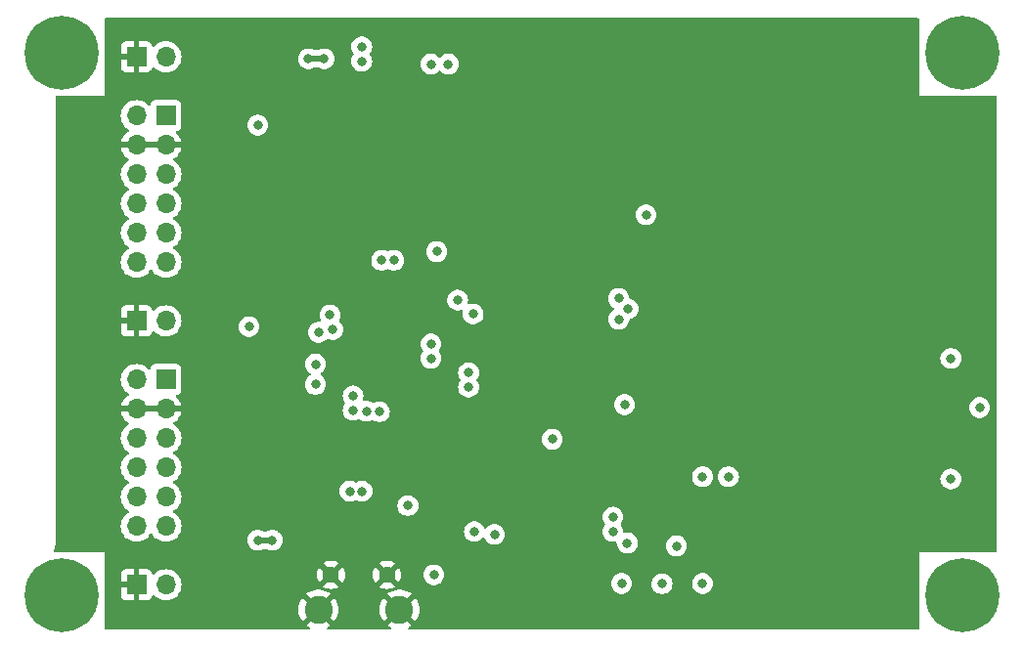
<source format=gbr>
%TF.GenerationSoftware,KiCad,Pcbnew,8.0.4*%
%TF.CreationDate,2024-09-14T20:38:07+07:00*%
%TF.ProjectId,msi_SDR_ADC,6d73695f-5344-4525-9f41-44432e6b6963,R0.1*%
%TF.SameCoordinates,PX72ade90PY75c75e0*%
%TF.FileFunction,Copper,L2,Inr*%
%TF.FilePolarity,Positive*%
%FSLAX46Y46*%
G04 Gerber Fmt 4.6, Leading zero omitted, Abs format (unit mm)*
G04 Created by KiCad (PCBNEW 8.0.4) date 2024-09-14 20:38:07*
%MOMM*%
%LPD*%
G01*
G04 APERTURE LIST*
%TA.AperFunction,ComponentPad*%
%ADD10R,1.700000X1.700000*%
%TD*%
%TA.AperFunction,ComponentPad*%
%ADD11O,1.700000X1.700000*%
%TD*%
%TA.AperFunction,ComponentPad*%
%ADD12C,2.425000*%
%TD*%
%TA.AperFunction,ComponentPad*%
%ADD13C,1.450000*%
%TD*%
%TA.AperFunction,ComponentPad*%
%ADD14C,0.800000*%
%TD*%
%TA.AperFunction,ComponentPad*%
%ADD15C,6.400000*%
%TD*%
%TA.AperFunction,ViaPad*%
%ADD16C,0.800000*%
%TD*%
%TA.AperFunction,Conductor*%
%ADD17C,0.500000*%
%TD*%
G04 APERTURE END LIST*
D10*
%TO.N,+3.3V*%
%TO.C,J4*%
X12540000Y45030000D03*
D11*
X10000000Y45030000D03*
%TO.N,GND*%
X12540000Y42490000D03*
X10000000Y42490000D03*
%TO.N,unconnected-(J4-Pad5)*%
X12540000Y39950000D03*
%TO.N,unconnected-(J4-Pad6)*%
X10000000Y39950000D03*
%TO.N,SDI*%
X12540000Y37410000D03*
%TO.N,unconnected-(J4-Pad8)*%
X10000000Y37410000D03*
%TO.N,SCK*%
X12540000Y34870000D03*
%TO.N,unconnected-(J4-Pad10)*%
X10000000Y34870000D03*
%TO.N,~{CS}*%
X12540000Y32330000D03*
%TO.N,unconnected-(J4-Pad12)*%
X10000000Y32330000D03*
%TD*%
D10*
%TO.N,GND*%
%TO.C,J3*%
X10000000Y50120000D03*
D11*
%TO.N,+5V*%
X12540000Y50120000D03*
%TD*%
D10*
%TO.N,+3.3V*%
%TO.C,J6*%
X12540000Y22170000D03*
D11*
X10000000Y22170000D03*
%TO.N,GND*%
X12540000Y19630000D03*
X10000000Y19630000D03*
%TO.N,GPIO_0*%
X12540000Y17090000D03*
%TO.N,SPI_DATA*%
X10000000Y17090000D03*
%TO.N,GPIO_1*%
X12540000Y14550000D03*
%TO.N,SPI_LAT*%
X10000000Y14550000D03*
%TO.N,GPIO_2*%
X12540000Y12010000D03*
%TO.N,SPI_CLK*%
X10000000Y12010000D03*
%TO.N,GPIO_3*%
X12540000Y9470000D03*
%TO.N,unconnected-(J6-Pad12)*%
X10000000Y9470000D03*
%TD*%
D12*
%TO.N,GND*%
%TO.C,J2*%
X25750000Y2250000D03*
D13*
X26837000Y5250000D03*
X31687000Y5250000D03*
D12*
X32774000Y2250000D03*
%TD*%
D10*
%TO.N,GND*%
%TO.C,J7*%
X10000000Y4390000D03*
D11*
%TO.N,+5V*%
X12540000Y4390000D03*
%TD*%
D14*
%TO.N,N/C*%
%TO.C,REF\u002A\u002A*%
X79100000Y3500000D03*
X79802944Y5197056D03*
X79802944Y1802944D03*
X81500000Y5900000D03*
D15*
X81500000Y3500000D03*
D14*
X81500000Y1100000D03*
X83197056Y5197056D03*
X83197056Y1802944D03*
X83900000Y3500000D03*
%TD*%
%TO.N,N/C*%
%TO.C,REF\u002A\u002A*%
X1100000Y3500000D03*
X1802944Y5197056D03*
X1802944Y1802944D03*
X3500000Y5900000D03*
D15*
X3500000Y3500000D03*
D14*
X3500000Y1100000D03*
X5197056Y5197056D03*
X5197056Y1802944D03*
X5900000Y3500000D03*
%TD*%
%TO.N,N/C*%
%TO.C,REF\u002A\u002A*%
X1100000Y50500000D03*
X1802944Y52197056D03*
X1802944Y48802944D03*
X3500000Y52900000D03*
D15*
X3500000Y50500000D03*
D14*
X3500000Y48100000D03*
X5197056Y52197056D03*
X5197056Y48802944D03*
X5900000Y50500000D03*
%TD*%
%TO.N,N/C*%
%TO.C,REF\u002A\u002A*%
X79100000Y50500000D03*
X79802944Y52197056D03*
X79802944Y48802944D03*
X81500000Y52900000D03*
D15*
X81500000Y50500000D03*
D14*
X81500000Y48100000D03*
X83197056Y52197056D03*
X83197056Y48802944D03*
X83900000Y50500000D03*
%TD*%
D10*
%TO.N,GND*%
%TO.C,J5*%
X10000000Y27250000D03*
D11*
%TO.N,+5V*%
X12540000Y27250000D03*
%TD*%
D16*
%TO.N,GND*%
X22750000Y4250000D03*
X29500000Y43500000D03*
X45250000Y26000000D03*
X61000000Y9000000D03*
X83500000Y33130000D03*
X56500000Y46500000D03*
X63500000Y36750000D03*
X38750000Y20050000D03*
X66500000Y47750000D03*
X56500000Y27000000D03*
X3500000Y39000000D03*
X27250000Y31500000D03*
X32000000Y39250000D03*
X21500000Y29500000D03*
X20750000Y32000000D03*
X83500000Y22970000D03*
X83500000Y35670000D03*
X11000000Y1250000D03*
X74500000Y21250000D03*
X52750000Y22000000D03*
X3500000Y31250000D03*
X60500000Y41000000D03*
X17750000Y20750000D03*
X3500000Y24000000D03*
X43750000Y23750000D03*
X23500000Y12500000D03*
X70750000Y13250000D03*
X35450000Y16800000D03*
X60250000Y52500000D03*
X63750000Y38750000D03*
X27250000Y47950000D03*
X45250000Y28500000D03*
X47750000Y47000000D03*
X52500000Y18500000D03*
X26000000Y43500000D03*
X35450000Y19000000D03*
X54250000Y19000000D03*
X74250000Y32000000D03*
X63250000Y52500000D03*
X71250000Y38500000D03*
X66750000Y24250000D03*
X83500000Y25510000D03*
X15250000Y19500000D03*
X38050000Y24100000D03*
X22500000Y40000000D03*
X63250000Y50500000D03*
X83500000Y38210000D03*
X20500000Y37000000D03*
X74250000Y35000000D03*
X77250000Y9250000D03*
X64250000Y1500000D03*
X71500000Y40250000D03*
X52750000Y42000000D03*
X83500000Y12000000D03*
X17000000Y1250000D03*
X73000000Y11250000D03*
X27500000Y37750000D03*
X74500000Y40500000D03*
X79750000Y8000000D03*
X83500000Y28050000D03*
X3500000Y19000000D03*
X45000000Y49500000D03*
X78250000Y13250000D03*
X16750000Y29750000D03*
X72250000Y47750000D03*
X77250000Y47750000D03*
X56750000Y52500000D03*
X57250000Y10750000D03*
X57000000Y17000000D03*
X69500000Y1500000D03*
X63750000Y24250000D03*
X19750000Y1250000D03*
X16750000Y32750000D03*
X17950000Y43550000D03*
X54500000Y48500000D03*
X30500000Y2250000D03*
X53000000Y45500000D03*
X44750000Y38750000D03*
X38750000Y17800000D03*
X81250000Y19500000D03*
X50500000Y39750000D03*
X45250000Y31000000D03*
X25250000Y35750000D03*
X40750000Y49500000D03*
X47500000Y25250000D03*
X26000000Y32500000D03*
X71250000Y24250000D03*
X83500000Y46250000D03*
X75750000Y13250000D03*
X30000000Y28250000D03*
X16750000Y35250000D03*
X43500000Y13000000D03*
X16750000Y26500000D03*
X68250000Y24250000D03*
X78250000Y46250000D03*
X56500000Y28500000D03*
X77000000Y1500000D03*
X39800000Y23700000D03*
X17500000Y50000000D03*
X57250000Y41500000D03*
X40750000Y43750000D03*
X15250000Y9750000D03*
X38750000Y16000000D03*
X83500000Y30590000D03*
X63750000Y40750000D03*
X16500000Y6000000D03*
X45000000Y11750000D03*
X66250000Y36750000D03*
X77000000Y28000000D03*
X47000000Y37750000D03*
X35500000Y43500000D03*
X26000000Y12500000D03*
X52750000Y24500000D03*
X51000000Y52500000D03*
X31250000Y27000000D03*
X83500000Y40750000D03*
X40750000Y38750000D03*
X21000000Y13250000D03*
X76500000Y19500000D03*
X45250000Y33250000D03*
X83500000Y9460000D03*
X67500000Y43000000D03*
X66500000Y6500000D03*
X63250000Y47750000D03*
X35250000Y1000000D03*
X3500000Y46250000D03*
X19750000Y5000000D03*
X32500000Y51250000D03*
X3500000Y28750000D03*
X30000000Y25750000D03*
X18750000Y40000000D03*
X69500000Y47750000D03*
X52000000Y1500000D03*
X15250000Y22750000D03*
X79500000Y21750000D03*
X69500000Y46250000D03*
X73000000Y13250000D03*
X21500000Y10250000D03*
X70750000Y9250000D03*
X69750000Y24250000D03*
X71500000Y36500000D03*
X16750000Y38250000D03*
X60250000Y37750000D03*
X42250000Y15750000D03*
X46500000Y32000000D03*
X35450000Y20700000D03*
X35450000Y14400000D03*
X67500000Y44750000D03*
X26250000Y40000000D03*
X37750000Y39500000D03*
X32500000Y25750000D03*
X46500000Y13000000D03*
X28750000Y37000000D03*
X73250000Y1500000D03*
X3500000Y33750000D03*
X74500000Y44250000D03*
X78250000Y43250000D03*
X31750000Y13500000D03*
X54750000Y39750000D03*
X3500000Y15750000D03*
X79000000Y19500000D03*
X47500000Y21500000D03*
X56500000Y37000000D03*
X57250000Y9000000D03*
X55500000Y1500000D03*
X28250000Y2250000D03*
X67500000Y41750000D03*
X23500000Y31250000D03*
X18500000Y24000000D03*
X32500000Y28250000D03*
X77250000Y52500000D03*
X8250000Y1250000D03*
X34750000Y39250000D03*
X42000000Y22000000D03*
X35250000Y2250000D03*
X71750000Y21250000D03*
X3500000Y8500000D03*
X18250000Y10000000D03*
X3500000Y41500000D03*
X39250000Y14750000D03*
X3500000Y26250000D03*
X56500000Y33000000D03*
X3500000Y13500000D03*
X58750000Y44250000D03*
X3500000Y11000000D03*
X50500000Y44250000D03*
X23500000Y13500000D03*
X22750000Y1250000D03*
X22750000Y6500000D03*
X77000000Y30000000D03*
X71500000Y45000000D03*
X43500000Y10000000D03*
X49250000Y49250000D03*
X3500000Y44000000D03*
X65250000Y24250000D03*
X61500000Y23000000D03*
X18700000Y50050000D03*
X3500000Y36000000D03*
X46500000Y10000000D03*
X56500000Y30000000D03*
X35450000Y22650000D03*
X59500000Y1500000D03*
X74750000Y47750000D03*
X14000000Y1250000D03*
X47000000Y51500000D03*
X18750000Y28750000D03*
X45750000Y43750000D03*
X3500000Y21500000D03*
%TO.N,5VVGA*%
X59000000Y13750000D03*
X61250000Y13750000D03*
X80500000Y13550000D03*
%TO.N,VDDI*%
X55500000Y4475000D03*
X25500000Y23500000D03*
%TO.N,VDIG*%
X36000000Y33250000D03*
X35500000Y49500000D03*
X25500000Y21750000D03*
X37000000Y49500000D03*
X54112500Y36437500D03*
X39150000Y27850000D03*
X52250000Y20000000D03*
%TO.N,/REFCLK*%
X19750000Y26750000D03*
X41000000Y8750000D03*
%TO.N,V18-SYNTH*%
X20500000Y44200000D03*
X37800000Y29050000D03*
%TO.N,USB_P*%
X29525000Y12500000D03*
X32275000Y32500000D03*
%TO.N,USB_N*%
X31225000Y32500000D03*
X28475000Y12500000D03*
%TO.N,SPI_DATA*%
X51250000Y10250000D03*
X26750000Y27750000D03*
%TO.N,SPI_LAT*%
X52500000Y8000000D03*
X25750000Y26250000D03*
%TO.N,SPI_CLK*%
X51250000Y9000000D03*
X27000000Y26500000D03*
%TO.N,GPIO_3*%
X31025000Y19375000D03*
%TO.N,/I_IN_P*%
X35500000Y24000000D03*
X38750000Y22750000D03*
%TO.N,/I_IN_N*%
X35500000Y25250000D03*
X38750000Y21500000D03*
%TO.N,+5V*%
X21750000Y8250000D03*
X83000000Y19750000D03*
X33500000Y11250000D03*
X29500000Y51000000D03*
X29500000Y49750000D03*
X80500000Y24000000D03*
X20500000Y8250000D03*
%TO.N,GPIO_1*%
X28750000Y19500000D03*
%TO.N,GPIO_0*%
X28750000Y20750000D03*
%TO.N,GPIO_2*%
X29925000Y19425000D03*
%TO.N,~{CS}*%
X51750000Y29200000D03*
%TO.N,SCK*%
X52550000Y28300000D03*
%TO.N,SDI*%
X51750000Y27400000D03*
%TO.N,VRF*%
X56750000Y7750000D03*
X46000000Y17000000D03*
X52000000Y4500000D03*
X39250000Y9000000D03*
X26250000Y49950000D03*
X35750000Y5250000D03*
X59000000Y4500000D03*
X24900000Y49950000D03*
%TD*%
D17*
%TO.N,+5V*%
X21750000Y8250000D02*
X20500000Y8250000D01*
%TO.N,VRF*%
X26250000Y49950000D02*
X24900000Y49950000D01*
%TD*%
%TA.AperFunction,Conductor*%
%TO.N,GND*%
G36*
X12074075Y19822993D02*
G01*
X12040000Y19695826D01*
X12040000Y19564174D01*
X12074075Y19437007D01*
X12106988Y19380000D01*
X10433012Y19380000D01*
X10465925Y19437007D01*
X10500000Y19564174D01*
X10500000Y19695826D01*
X10465925Y19822993D01*
X10433012Y19880000D01*
X12106988Y19880000D01*
X12074075Y19822993D01*
G37*
%TD.AperFunction*%
%TA.AperFunction,Conductor*%
G36*
X12074075Y42682993D02*
G01*
X12040000Y42555826D01*
X12040000Y42424174D01*
X12074075Y42297007D01*
X12106988Y42240000D01*
X10433012Y42240000D01*
X10465925Y42297007D01*
X10500000Y42424174D01*
X10500000Y42555826D01*
X10465925Y42682993D01*
X10433012Y42740000D01*
X12106988Y42740000D01*
X12074075Y42682993D01*
G37*
%TD.AperFunction*%
%TA.AperFunction,Conductor*%
G36*
X77693039Y53479815D02*
G01*
X77738794Y53427011D01*
X77750000Y53375500D01*
X77750000Y46750000D01*
X84375500Y46750000D01*
X84442539Y46730315D01*
X84488294Y46677511D01*
X84499500Y46626000D01*
X84499500Y7374000D01*
X84479815Y7306961D01*
X84427011Y7261206D01*
X84375500Y7250000D01*
X77750000Y7250000D01*
X77750000Y624500D01*
X77730315Y557461D01*
X77677511Y511706D01*
X77626000Y500500D01*
X33631315Y500500D01*
X33564276Y520185D01*
X33518521Y572989D01*
X33508577Y642147D01*
X33537602Y705703D01*
X33577513Y736220D01*
X33632647Y762772D01*
X33632653Y762776D01*
X33796180Y874267D01*
X33178389Y1492059D01*
X33178994Y1492309D01*
X33319031Y1585878D01*
X33438122Y1704969D01*
X33531691Y1845006D01*
X33531941Y1845612D01*
X34149440Y1228113D01*
X34192903Y1282613D01*
X34321235Y1504891D01*
X34415004Y1743811D01*
X34415009Y1743828D01*
X34472121Y1994052D01*
X34491302Y2249996D01*
X34491302Y2250005D01*
X34472121Y2505949D01*
X34415009Y2756173D01*
X34415004Y2756190D01*
X34321235Y2995110D01*
X34192900Y3217391D01*
X34149441Y3271889D01*
X33531941Y2654389D01*
X33531691Y2654994D01*
X33438122Y2795031D01*
X33319031Y2914122D01*
X33178994Y3007691D01*
X33178388Y3007942D01*
X33796180Y3625735D01*
X33632651Y3737227D01*
X33632643Y3737232D01*
X33401403Y3848590D01*
X33401405Y3848590D01*
X33156137Y3924246D01*
X33156131Y3924248D01*
X32902341Y3962500D01*
X32645658Y3962500D01*
X32391868Y3924248D01*
X32391862Y3924246D01*
X32198970Y3864746D01*
X32173615Y3864402D01*
X32169081Y3859413D01*
X32149858Y3849871D01*
X32146604Y3848594D01*
X31915356Y3737232D01*
X31915348Y3737227D01*
X31751818Y3625735D01*
X32369611Y3007942D01*
X32369006Y3007691D01*
X32228969Y2914122D01*
X32109878Y2795031D01*
X32016309Y2654994D01*
X32016057Y2654389D01*
X31398558Y3271888D01*
X31398557Y3271888D01*
X31355098Y3217391D01*
X31226764Y2995110D01*
X31132995Y2756190D01*
X31132990Y2756173D01*
X31075878Y2505949D01*
X31056698Y2250005D01*
X31056698Y2249996D01*
X31075878Y1994052D01*
X31132990Y1743828D01*
X31132995Y1743811D01*
X31226764Y1504891D01*
X31355101Y1282606D01*
X31398557Y1228113D01*
X31398558Y1228113D01*
X32016057Y1845613D01*
X32016309Y1845006D01*
X32109878Y1704969D01*
X32228969Y1585878D01*
X32369006Y1492309D01*
X32369610Y1492059D01*
X31751818Y874267D01*
X31915353Y762771D01*
X31970487Y736220D01*
X32022346Y689398D01*
X32040659Y621971D01*
X32019611Y555347D01*
X31965885Y510678D01*
X31916685Y500500D01*
X26607315Y500500D01*
X26540276Y520185D01*
X26494521Y572989D01*
X26484577Y642147D01*
X26513602Y705703D01*
X26553513Y736220D01*
X26608647Y762772D01*
X26608653Y762776D01*
X26772180Y874267D01*
X26154389Y1492059D01*
X26154994Y1492309D01*
X26295031Y1585878D01*
X26414122Y1704969D01*
X26507691Y1845006D01*
X26507941Y1845612D01*
X27125440Y1228113D01*
X27168903Y1282613D01*
X27297235Y1504891D01*
X27391004Y1743811D01*
X27391009Y1743828D01*
X27448121Y1994052D01*
X27467302Y2249996D01*
X27467302Y2250005D01*
X27448121Y2505949D01*
X27391009Y2756173D01*
X27391004Y2756190D01*
X27297235Y2995110D01*
X27168900Y3217391D01*
X27125441Y3271889D01*
X26507941Y2654389D01*
X26507691Y2654994D01*
X26414122Y2795031D01*
X26295031Y2914122D01*
X26154994Y3007691D01*
X26154388Y3007942D01*
X26772180Y3625735D01*
X26608651Y3737227D01*
X26608643Y3737232D01*
X26377398Y3848593D01*
X26374146Y3849869D01*
X26357678Y3862641D01*
X26342959Y3860643D01*
X26325029Y3864746D01*
X26132137Y3924246D01*
X26132131Y3924248D01*
X25878341Y3962500D01*
X25621658Y3962500D01*
X25367868Y3924248D01*
X25367862Y3924246D01*
X25122595Y3848590D01*
X24891356Y3737232D01*
X24891348Y3737227D01*
X24727818Y3625735D01*
X25345611Y3007942D01*
X25345006Y3007691D01*
X25204969Y2914122D01*
X25085878Y2795031D01*
X24992309Y2654994D01*
X24992057Y2654389D01*
X24374558Y3271888D01*
X24374557Y3271888D01*
X24331098Y3217391D01*
X24202764Y2995110D01*
X24108995Y2756190D01*
X24108990Y2756173D01*
X24051878Y2505949D01*
X24032698Y2250005D01*
X24032698Y2249996D01*
X24051878Y1994052D01*
X24108990Y1743828D01*
X24108995Y1743811D01*
X24202764Y1504891D01*
X24331101Y1282606D01*
X24374557Y1228113D01*
X24374558Y1228113D01*
X24992057Y1845613D01*
X24992309Y1845006D01*
X25085878Y1704969D01*
X25204969Y1585878D01*
X25345006Y1492309D01*
X25345610Y1492059D01*
X24727818Y874267D01*
X24891353Y762771D01*
X24946487Y736220D01*
X24998346Y689398D01*
X25016659Y621971D01*
X24995611Y555347D01*
X24941885Y510678D01*
X24892685Y500500D01*
X7374000Y500500D01*
X7306961Y520185D01*
X7261206Y572989D01*
X7250000Y624500D01*
X7250000Y5287845D01*
X8650000Y5287845D01*
X8650000Y4640000D01*
X9566988Y4640000D01*
X9534075Y4582993D01*
X9500000Y4455826D01*
X9500000Y4324174D01*
X9534075Y4197007D01*
X9566988Y4140000D01*
X8650000Y4140000D01*
X8650000Y3492156D01*
X8656401Y3432628D01*
X8656403Y3432621D01*
X8706645Y3297914D01*
X8706649Y3297907D01*
X8792809Y3182813D01*
X8792812Y3182810D01*
X8907906Y3096650D01*
X8907913Y3096646D01*
X9042620Y3046404D01*
X9042627Y3046402D01*
X9102155Y3040001D01*
X9102172Y3040000D01*
X9750000Y3040000D01*
X9750000Y3956988D01*
X9807007Y3924075D01*
X9934174Y3890000D01*
X10065826Y3890000D01*
X10192993Y3924075D01*
X10250000Y3956988D01*
X10250000Y3040000D01*
X10897828Y3040000D01*
X10897844Y3040001D01*
X10957372Y3046402D01*
X10957379Y3046404D01*
X11092086Y3096646D01*
X11092093Y3096650D01*
X11207187Y3182810D01*
X11207190Y3182813D01*
X11293350Y3297907D01*
X11293354Y3297914D01*
X11342422Y3429471D01*
X11384293Y3485405D01*
X11449757Y3509822D01*
X11518030Y3494970D01*
X11546285Y3473819D01*
X11668599Y3351505D01*
X11720668Y3315046D01*
X11862165Y3215968D01*
X11862167Y3215967D01*
X11862170Y3215965D01*
X12076337Y3116097D01*
X12304592Y3054937D01*
X12475319Y3040000D01*
X12539999Y3034341D01*
X12540000Y3034341D01*
X12540001Y3034341D01*
X12604681Y3040000D01*
X12775408Y3054937D01*
X13003663Y3116097D01*
X13217830Y3215965D01*
X13411401Y3351505D01*
X13578495Y3518599D01*
X13714035Y3712170D01*
X13813903Y3926337D01*
X13875063Y4154592D01*
X13895659Y4390000D01*
X13875063Y4625408D01*
X13813903Y4853663D01*
X13714035Y5067829D01*
X13657978Y5147888D01*
X13586478Y5250001D01*
X25607321Y5250001D01*
X25607321Y5250000D01*
X25626002Y5036473D01*
X25626004Y5036463D01*
X25681477Y4829433D01*
X25681481Y4829424D01*
X25772066Y4635162D01*
X25772067Y4635160D01*
X25811825Y4578380D01*
X25811826Y4578379D01*
X26325460Y5092014D01*
X26338460Y5043498D01*
X26408894Y4921503D01*
X26508503Y4821894D01*
X26630498Y4751460D01*
X26679012Y4738461D01*
X26165377Y4224827D01*
X26222161Y4185067D01*
X26222165Y4185065D01*
X26413983Y4095619D01*
X26423324Y4087394D01*
X26430411Y4088809D01*
X26451550Y4085069D01*
X26623466Y4039004D01*
X26623472Y4039003D01*
X26836999Y4020321D01*
X26837001Y4020321D01*
X27050527Y4039003D01*
X27050537Y4039005D01*
X27257567Y4094478D01*
X27257576Y4094482D01*
X27451839Y4185067D01*
X27508621Y4224827D01*
X26994987Y4738461D01*
X27043502Y4751460D01*
X27165497Y4821894D01*
X27265106Y4921503D01*
X27335540Y5043498D01*
X27348539Y5092013D01*
X27862173Y4578379D01*
X27901933Y4635161D01*
X27992518Y4829424D01*
X27992522Y4829433D01*
X28047995Y5036463D01*
X28047997Y5036473D01*
X28066679Y5250000D01*
X28066679Y5250001D01*
X30457321Y5250001D01*
X30457321Y5250000D01*
X30476002Y5036473D01*
X30476004Y5036463D01*
X30531477Y4829433D01*
X30531481Y4829424D01*
X30622066Y4635162D01*
X30622067Y4635160D01*
X30661825Y4578380D01*
X30661826Y4578379D01*
X31175460Y5092014D01*
X31188460Y5043498D01*
X31258894Y4921503D01*
X31358503Y4821894D01*
X31480498Y4751460D01*
X31529012Y4738461D01*
X31015377Y4224827D01*
X31072161Y4185067D01*
X31266423Y4094482D01*
X31266432Y4094478D01*
X31473462Y4039005D01*
X31473472Y4039003D01*
X31686999Y4020321D01*
X31687001Y4020321D01*
X31900527Y4039003D01*
X31900533Y4039004D01*
X32072449Y4085069D01*
X32092253Y4084598D01*
X32093968Y4086631D01*
X32110016Y4095619D01*
X32301836Y4185066D01*
X32301838Y4185067D01*
X32358621Y4224827D01*
X31844987Y4738461D01*
X31893502Y4751460D01*
X32015497Y4821894D01*
X32115106Y4921503D01*
X32185540Y5043498D01*
X32198539Y5092013D01*
X32712173Y4578379D01*
X32751933Y4635161D01*
X32842518Y4829424D01*
X32842522Y4829433D01*
X32897995Y5036463D01*
X32897997Y5036473D01*
X32916679Y5250000D01*
X34844540Y5250000D01*
X34864326Y5061744D01*
X34864327Y5061741D01*
X34922818Y4881723D01*
X34922821Y4881716D01*
X35017467Y4717784D01*
X35100638Y4625414D01*
X35144129Y4577112D01*
X35297265Y4465852D01*
X35297270Y4465849D01*
X35470192Y4388858D01*
X35470197Y4388856D01*
X35655354Y4349500D01*
X35655355Y4349500D01*
X35844644Y4349500D01*
X35844646Y4349500D01*
X36029803Y4388856D01*
X36202730Y4465849D01*
X36249735Y4500000D01*
X51094540Y4500000D01*
X51114326Y4311744D01*
X51114327Y4311741D01*
X51172818Y4131723D01*
X51172821Y4131716D01*
X51267467Y3967784D01*
X51374787Y3848593D01*
X51394129Y3827112D01*
X51547265Y3715852D01*
X51547270Y3715849D01*
X51720192Y3638858D01*
X51720197Y3638856D01*
X51905354Y3599500D01*
X51905355Y3599500D01*
X52094644Y3599500D01*
X52094646Y3599500D01*
X52279803Y3638856D01*
X52452730Y3715849D01*
X52605871Y3827112D01*
X52732533Y3967784D01*
X52827179Y4131716D01*
X52885674Y4311744D01*
X52902832Y4475000D01*
X54594540Y4475000D01*
X54614326Y4286744D01*
X54614327Y4286741D01*
X54672818Y4106723D01*
X54672821Y4106716D01*
X54767467Y3942784D01*
X54852277Y3848593D01*
X54894129Y3802112D01*
X55047265Y3690852D01*
X55047270Y3690849D01*
X55220192Y3613858D01*
X55220197Y3613856D01*
X55405354Y3574500D01*
X55405355Y3574500D01*
X55594644Y3574500D01*
X55594646Y3574500D01*
X55779803Y3613856D01*
X55952730Y3690849D01*
X56105871Y3802112D01*
X56232533Y3942784D01*
X56327179Y4106716D01*
X56385674Y4286744D01*
X56405460Y4475000D01*
X56402832Y4500000D01*
X58094540Y4500000D01*
X58114326Y4311744D01*
X58114327Y4311741D01*
X58172818Y4131723D01*
X58172821Y4131716D01*
X58267467Y3967784D01*
X58374787Y3848593D01*
X58394129Y3827112D01*
X58547265Y3715852D01*
X58547270Y3715849D01*
X58720192Y3638858D01*
X58720197Y3638856D01*
X58905354Y3599500D01*
X58905355Y3599500D01*
X59094644Y3599500D01*
X59094646Y3599500D01*
X59279803Y3638856D01*
X59452730Y3715849D01*
X59605871Y3827112D01*
X59732533Y3967784D01*
X59827179Y4131716D01*
X59885674Y4311744D01*
X59905460Y4500000D01*
X59885674Y4688256D01*
X59827179Y4868284D01*
X59732533Y5032216D01*
X59605871Y5172888D01*
X59605870Y5172889D01*
X59452734Y5284149D01*
X59452729Y5284152D01*
X59279807Y5361143D01*
X59279802Y5361145D01*
X59134001Y5392135D01*
X59094646Y5400500D01*
X58905354Y5400500D01*
X58872897Y5393602D01*
X58720197Y5361145D01*
X58720192Y5361143D01*
X58547270Y5284152D01*
X58547265Y5284149D01*
X58394129Y5172889D01*
X58267466Y5032215D01*
X58172821Y4868285D01*
X58172818Y4868278D01*
X58117169Y4697007D01*
X58114326Y4688256D01*
X58094540Y4500000D01*
X56402832Y4500000D01*
X56385674Y4663256D01*
X56327179Y4843284D01*
X56232533Y5007216D01*
X56105871Y5147888D01*
X56105870Y5147889D01*
X55952734Y5259149D01*
X55952729Y5259152D01*
X55779807Y5336143D01*
X55779802Y5336145D01*
X55634001Y5367135D01*
X55594646Y5375500D01*
X55405354Y5375500D01*
X55372897Y5368602D01*
X55220197Y5336145D01*
X55220192Y5336143D01*
X55047270Y5259152D01*
X55047265Y5259149D01*
X54894129Y5147889D01*
X54767466Y5007215D01*
X54672821Y4843285D01*
X54672818Y4843278D01*
X54625292Y4697007D01*
X54614326Y4663256D01*
X54594540Y4475000D01*
X52902832Y4475000D01*
X52905460Y4500000D01*
X52885674Y4688256D01*
X52827179Y4868284D01*
X52732533Y5032216D01*
X52605871Y5172888D01*
X52605870Y5172889D01*
X52452734Y5284149D01*
X52452729Y5284152D01*
X52279807Y5361143D01*
X52279802Y5361145D01*
X52134001Y5392135D01*
X52094646Y5400500D01*
X51905354Y5400500D01*
X51872897Y5393602D01*
X51720197Y5361145D01*
X51720192Y5361143D01*
X51547270Y5284152D01*
X51547265Y5284149D01*
X51394129Y5172889D01*
X51267466Y5032215D01*
X51172821Y4868285D01*
X51172818Y4868278D01*
X51117169Y4697007D01*
X51114326Y4688256D01*
X51094540Y4500000D01*
X36249735Y4500000D01*
X36355871Y4577112D01*
X36482533Y4717784D01*
X36577179Y4881716D01*
X36635674Y5061744D01*
X36655460Y5250000D01*
X36635674Y5438256D01*
X36577179Y5618284D01*
X36482533Y5782216D01*
X36355871Y5922888D01*
X36355870Y5922889D01*
X36202734Y6034149D01*
X36202729Y6034152D01*
X36029807Y6111143D01*
X36029802Y6111145D01*
X35884001Y6142135D01*
X35844646Y6150500D01*
X35655354Y6150500D01*
X35622897Y6143602D01*
X35470197Y6111145D01*
X35470192Y6111143D01*
X35297270Y6034152D01*
X35297265Y6034149D01*
X35144129Y5922889D01*
X35017466Y5782215D01*
X34922821Y5618285D01*
X34922818Y5618278D01*
X34864327Y5438260D01*
X34864326Y5438256D01*
X34844540Y5250000D01*
X32916679Y5250000D01*
X32916679Y5250001D01*
X32897997Y5463528D01*
X32897995Y5463538D01*
X32842522Y5670568D01*
X32842518Y5670577D01*
X32751933Y5864838D01*
X32712172Y5921621D01*
X32198539Y5407988D01*
X32185540Y5456502D01*
X32115106Y5578497D01*
X32015497Y5678106D01*
X31893502Y5748540D01*
X31844987Y5761540D01*
X32358621Y6275174D01*
X32358620Y6275175D01*
X32301840Y6314933D01*
X32301838Y6314934D01*
X32107576Y6405519D01*
X32107567Y6405523D01*
X31900537Y6460996D01*
X31900527Y6460998D01*
X31687001Y6479679D01*
X31686999Y6479679D01*
X31473472Y6460998D01*
X31473462Y6460996D01*
X31266432Y6405523D01*
X31266423Y6405519D01*
X31072162Y6314934D01*
X31015378Y6275174D01*
X31529012Y5761540D01*
X31480498Y5748540D01*
X31358503Y5678106D01*
X31258894Y5578497D01*
X31188460Y5456502D01*
X31175460Y5407988D01*
X30661826Y5921622D01*
X30622066Y5864838D01*
X30531481Y5670577D01*
X30531477Y5670568D01*
X30476004Y5463538D01*
X30476002Y5463528D01*
X30457321Y5250001D01*
X28066679Y5250001D01*
X28047997Y5463528D01*
X28047995Y5463538D01*
X27992522Y5670568D01*
X27992518Y5670577D01*
X27901933Y5864838D01*
X27862172Y5921621D01*
X27348539Y5407988D01*
X27335540Y5456502D01*
X27265106Y5578497D01*
X27165497Y5678106D01*
X27043502Y5748540D01*
X26994987Y5761540D01*
X27508621Y6275174D01*
X27508620Y6275175D01*
X27451840Y6314933D01*
X27451838Y6314934D01*
X27257576Y6405519D01*
X27257567Y6405523D01*
X27050537Y6460996D01*
X27050527Y6460998D01*
X26837001Y6479679D01*
X26836999Y6479679D01*
X26623472Y6460998D01*
X26623462Y6460996D01*
X26416432Y6405523D01*
X26416423Y6405519D01*
X26222162Y6314934D01*
X26165378Y6275174D01*
X26679012Y5761540D01*
X26630498Y5748540D01*
X26508503Y5678106D01*
X26408894Y5578497D01*
X26338460Y5456502D01*
X26325460Y5407988D01*
X25811826Y5921622D01*
X25772066Y5864838D01*
X25681481Y5670577D01*
X25681477Y5670568D01*
X25626004Y5463538D01*
X25626002Y5463528D01*
X25607321Y5250001D01*
X13586478Y5250001D01*
X13578494Y5261403D01*
X13411402Y5428494D01*
X13411395Y5428499D01*
X13217834Y5564033D01*
X13217830Y5564035D01*
X13146727Y5597191D01*
X13003663Y5663903D01*
X13003659Y5663904D01*
X13003655Y5663906D01*
X12775413Y5725062D01*
X12775403Y5725064D01*
X12540001Y5745659D01*
X12539999Y5745659D01*
X12304596Y5725064D01*
X12304586Y5725062D01*
X12076344Y5663906D01*
X12076335Y5663902D01*
X11862171Y5564036D01*
X11862169Y5564035D01*
X11668600Y5428497D01*
X11546284Y5306181D01*
X11484961Y5272697D01*
X11415269Y5277681D01*
X11359336Y5319553D01*
X11342421Y5350530D01*
X11293354Y5482087D01*
X11293350Y5482094D01*
X11207190Y5597188D01*
X11207187Y5597191D01*
X11092093Y5683351D01*
X11092086Y5683355D01*
X10957379Y5733597D01*
X10957372Y5733599D01*
X10897844Y5740000D01*
X10250000Y5740000D01*
X10250000Y4823012D01*
X10192993Y4855925D01*
X10065826Y4890000D01*
X9934174Y4890000D01*
X9807007Y4855925D01*
X9750000Y4823012D01*
X9750000Y5740000D01*
X9102155Y5740000D01*
X9042627Y5733599D01*
X9042620Y5733597D01*
X8907913Y5683355D01*
X8907906Y5683351D01*
X8792812Y5597191D01*
X8792809Y5597188D01*
X8706649Y5482094D01*
X8706645Y5482087D01*
X8656403Y5347380D01*
X8656401Y5347373D01*
X8650000Y5287845D01*
X7250000Y5287845D01*
X7250000Y7250000D01*
X2937039Y7250000D01*
X2870000Y7269685D01*
X2824245Y7322489D01*
X2814301Y7391647D01*
X2829651Y7435999D01*
X2910225Y7575555D01*
X2970101Y7740062D01*
X3000500Y7912468D01*
X3000500Y8000000D01*
X3000500Y8065892D01*
X3000500Y22170001D01*
X8644341Y22170001D01*
X8644341Y22170000D01*
X8664936Y21934597D01*
X8664938Y21934587D01*
X8726094Y21706345D01*
X8726096Y21706341D01*
X8726097Y21706337D01*
X8806389Y21534151D01*
X8825965Y21492170D01*
X8825967Y21492166D01*
X8961501Y21298605D01*
X8961506Y21298598D01*
X9128597Y21131507D01*
X9128603Y21131502D01*
X9314594Y21001270D01*
X9358219Y20946693D01*
X9365413Y20877195D01*
X9333890Y20814840D01*
X9314595Y20798120D01*
X9128922Y20668110D01*
X9128920Y20668109D01*
X8961891Y20501080D01*
X8961886Y20501074D01*
X8826400Y20307580D01*
X8826399Y20307578D01*
X8726570Y20093493D01*
X8726567Y20093487D01*
X8669364Y19880001D01*
X8669364Y19880000D01*
X9566988Y19880000D01*
X9534075Y19822993D01*
X9500000Y19695826D01*
X9500000Y19564174D01*
X9534075Y19437007D01*
X9566988Y19380000D01*
X8669364Y19380000D01*
X8726567Y19166514D01*
X8726570Y19166508D01*
X8826399Y18952422D01*
X8961894Y18758918D01*
X9128917Y18591895D01*
X9314595Y18461881D01*
X9358219Y18407304D01*
X9365412Y18337805D01*
X9333890Y18275451D01*
X9314595Y18258731D01*
X9128594Y18128492D01*
X8961505Y17961403D01*
X8825965Y17767831D01*
X8825964Y17767829D01*
X8726098Y17553665D01*
X8726094Y17553656D01*
X8664938Y17325414D01*
X8664936Y17325404D01*
X8644341Y17090001D01*
X8644341Y17090000D01*
X8664936Y16854597D01*
X8664938Y16854587D01*
X8726094Y16626345D01*
X8726096Y16626341D01*
X8726097Y16626337D01*
X8730000Y16617968D01*
X8825965Y16412170D01*
X8825967Y16412166D01*
X8885523Y16327112D01*
X8961501Y16218604D01*
X8961506Y16218598D01*
X9128597Y16051507D01*
X9128603Y16051502D01*
X9314158Y15921575D01*
X9357783Y15866998D01*
X9364977Y15797500D01*
X9333454Y15735145D01*
X9314158Y15718425D01*
X9128597Y15588495D01*
X8961505Y15421403D01*
X8825965Y15227831D01*
X8825964Y15227829D01*
X8726098Y15013665D01*
X8726094Y15013656D01*
X8664938Y14785414D01*
X8664936Y14785404D01*
X8644341Y14550001D01*
X8644341Y14550000D01*
X8664936Y14314597D01*
X8664938Y14314587D01*
X8726094Y14086345D01*
X8726096Y14086341D01*
X8726097Y14086337D01*
X8806004Y13914977D01*
X8825965Y13872170D01*
X8825967Y13872166D01*
X8911509Y13750000D01*
X8961501Y13678604D01*
X8961506Y13678598D01*
X9128597Y13511507D01*
X9128603Y13511502D01*
X9314158Y13381575D01*
X9357783Y13326998D01*
X9364977Y13257500D01*
X9333454Y13195145D01*
X9314158Y13178425D01*
X9128597Y13048495D01*
X8961505Y12881403D01*
X8825965Y12687831D01*
X8825964Y12687829D01*
X8726098Y12473665D01*
X8726094Y12473656D01*
X8664938Y12245414D01*
X8664936Y12245404D01*
X8644341Y12010001D01*
X8644341Y12010000D01*
X8664936Y11774597D01*
X8664938Y11774587D01*
X8726094Y11546345D01*
X8726096Y11546341D01*
X8726097Y11546337D01*
X8776496Y11438256D01*
X8825965Y11332170D01*
X8825967Y11332166D01*
X8883501Y11250000D01*
X8961501Y11138604D01*
X8961506Y11138598D01*
X9128597Y10971507D01*
X9128603Y10971502D01*
X9314158Y10841575D01*
X9357783Y10786998D01*
X9364977Y10717500D01*
X9333454Y10655145D01*
X9314158Y10638425D01*
X9128597Y10508495D01*
X8961505Y10341403D01*
X8825965Y10147831D01*
X8825964Y10147829D01*
X8726098Y9933665D01*
X8726094Y9933656D01*
X8664938Y9705414D01*
X8664936Y9705404D01*
X8644341Y9470001D01*
X8644341Y9470000D01*
X8664936Y9234597D01*
X8664938Y9234587D01*
X8726094Y9006345D01*
X8726096Y9006341D01*
X8726097Y9006337D01*
X8816839Y8811741D01*
X8825965Y8792170D01*
X8825967Y8792166D01*
X8909487Y8672888D01*
X8961505Y8598599D01*
X9128599Y8431505D01*
X9179311Y8395996D01*
X9322165Y8295968D01*
X9322167Y8295967D01*
X9322170Y8295965D01*
X9536337Y8196097D01*
X9764592Y8134937D01*
X9926404Y8120780D01*
X9999999Y8114341D01*
X10000000Y8114341D01*
X10000001Y8114341D01*
X10073596Y8120780D01*
X10235408Y8134937D01*
X10463663Y8196097D01*
X10677830Y8295965D01*
X10871401Y8431505D01*
X11038495Y8598599D01*
X11168425Y8784158D01*
X11223002Y8827783D01*
X11292500Y8834977D01*
X11354855Y8803454D01*
X11371575Y8784158D01*
X11501500Y8598605D01*
X11501505Y8598599D01*
X11668599Y8431505D01*
X11719311Y8395996D01*
X11862165Y8295968D01*
X11862167Y8295967D01*
X11862170Y8295965D01*
X12076337Y8196097D01*
X12304592Y8134937D01*
X12466404Y8120780D01*
X12539999Y8114341D01*
X12540000Y8114341D01*
X12540001Y8114341D01*
X12613596Y8120780D01*
X12775408Y8134937D01*
X13003663Y8196097D01*
X13119258Y8250000D01*
X19594540Y8250000D01*
X19614326Y8061744D01*
X19614327Y8061741D01*
X19672818Y7881723D01*
X19672821Y7881716D01*
X19767467Y7717784D01*
X19894129Y7577112D01*
X20047265Y7465852D01*
X20047270Y7465849D01*
X20220192Y7388858D01*
X20220197Y7388856D01*
X20405354Y7349500D01*
X20405355Y7349500D01*
X20594644Y7349500D01*
X20594646Y7349500D01*
X20779803Y7388856D01*
X20952730Y7465849D01*
X20955396Y7467786D01*
X20966452Y7475818D01*
X21032258Y7499298D01*
X21039337Y7499500D01*
X21210663Y7499500D01*
X21277702Y7479815D01*
X21283548Y7475818D01*
X21297265Y7465852D01*
X21297270Y7465849D01*
X21470192Y7388858D01*
X21470197Y7388856D01*
X21655354Y7349500D01*
X21655355Y7349500D01*
X21844644Y7349500D01*
X21844646Y7349500D01*
X22029803Y7388856D01*
X22202730Y7465849D01*
X22355871Y7577112D01*
X22482533Y7717784D01*
X22577179Y7881716D01*
X22635674Y8061744D01*
X22655460Y8250000D01*
X22635674Y8438256D01*
X22577179Y8618284D01*
X22482533Y8782216D01*
X22355871Y8922888D01*
X22334719Y8938256D01*
X22249736Y9000000D01*
X38344540Y9000000D01*
X38364326Y8811744D01*
X38364327Y8811741D01*
X38422818Y8631723D01*
X38422821Y8631716D01*
X38517467Y8467784D01*
X38607063Y8368278D01*
X38644129Y8327112D01*
X38797265Y8215852D01*
X38797270Y8215849D01*
X38970192Y8138858D01*
X38970197Y8138856D01*
X39155354Y8099500D01*
X39155355Y8099500D01*
X39344644Y8099500D01*
X39344646Y8099500D01*
X39529803Y8138856D01*
X39702730Y8215849D01*
X39855871Y8327112D01*
X39958101Y8440650D01*
X40017587Y8477298D01*
X40087444Y8475967D01*
X40145492Y8437081D01*
X40168181Y8395996D01*
X40172819Y8381720D01*
X40172821Y8381716D01*
X40267467Y8217784D01*
X40357063Y8118278D01*
X40394129Y8077112D01*
X40547265Y7965852D01*
X40547270Y7965849D01*
X40720192Y7888858D01*
X40720197Y7888856D01*
X40905354Y7849500D01*
X40905355Y7849500D01*
X41094644Y7849500D01*
X41094646Y7849500D01*
X41279803Y7888856D01*
X41452730Y7965849D01*
X41605871Y8077112D01*
X41732533Y8217784D01*
X41827179Y8381716D01*
X41885674Y8561744D01*
X41905460Y8750000D01*
X41885674Y8938256D01*
X41827179Y9118284D01*
X41732533Y9282216D01*
X41605871Y9422888D01*
X41541027Y9470000D01*
X41452734Y9534149D01*
X41452729Y9534152D01*
X41279807Y9611143D01*
X41279802Y9611145D01*
X41120630Y9644977D01*
X41094646Y9650500D01*
X40905354Y9650500D01*
X40879370Y9644977D01*
X40720197Y9611145D01*
X40720192Y9611143D01*
X40547270Y9534152D01*
X40547265Y9534149D01*
X40394129Y9422889D01*
X40394128Y9422888D01*
X40291898Y9309351D01*
X40232411Y9272703D01*
X40162554Y9274034D01*
X40104506Y9312921D01*
X40081817Y9354009D01*
X40077180Y9368280D01*
X40077179Y9368284D01*
X39982533Y9532216D01*
X39855871Y9672888D01*
X39855870Y9672889D01*
X39702734Y9784149D01*
X39702729Y9784152D01*
X39529807Y9861143D01*
X39529802Y9861145D01*
X39384001Y9892135D01*
X39344646Y9900500D01*
X39155354Y9900500D01*
X39122897Y9893602D01*
X38970197Y9861145D01*
X38970192Y9861143D01*
X38797270Y9784152D01*
X38797265Y9784149D01*
X38644129Y9672889D01*
X38517466Y9532215D01*
X38422821Y9368285D01*
X38422818Y9368278D01*
X38364327Y9188260D01*
X38364326Y9188256D01*
X38344540Y9000000D01*
X22249736Y9000000D01*
X22202734Y9034149D01*
X22202729Y9034152D01*
X22029807Y9111143D01*
X22029802Y9111145D01*
X21884001Y9142135D01*
X21844646Y9150500D01*
X21655354Y9150500D01*
X21622897Y9143602D01*
X21470197Y9111145D01*
X21470192Y9111143D01*
X21297270Y9034152D01*
X21297265Y9034149D01*
X21283548Y9024182D01*
X21217742Y9000702D01*
X21210663Y9000500D01*
X21039337Y9000500D01*
X20972298Y9020185D01*
X20966452Y9024182D01*
X20952734Y9034149D01*
X20952729Y9034152D01*
X20779807Y9111143D01*
X20779802Y9111145D01*
X20634001Y9142135D01*
X20594646Y9150500D01*
X20405354Y9150500D01*
X20372897Y9143602D01*
X20220197Y9111145D01*
X20220192Y9111143D01*
X20047270Y9034152D01*
X20047265Y9034149D01*
X19894129Y8922889D01*
X19767466Y8782215D01*
X19672821Y8618285D01*
X19672818Y8618278D01*
X19614327Y8438260D01*
X19614326Y8438256D01*
X19594540Y8250000D01*
X13119258Y8250000D01*
X13217830Y8295965D01*
X13411401Y8431505D01*
X13578495Y8598599D01*
X13714035Y8792170D01*
X13813903Y9006337D01*
X13875063Y9234592D01*
X13895659Y9470000D01*
X13875063Y9705408D01*
X13813903Y9933663D01*
X13714035Y10147829D01*
X13708425Y10155842D01*
X13642495Y10250000D01*
X50344540Y10250000D01*
X50364326Y10061744D01*
X50364327Y10061741D01*
X50422818Y9881723D01*
X50422821Y9881716D01*
X50517467Y9717784D01*
X50523096Y9711533D01*
X50526304Y9707969D01*
X50556531Y9644977D01*
X50547904Y9575642D01*
X50526304Y9542031D01*
X50517466Y9532215D01*
X50422821Y9368285D01*
X50422818Y9368278D01*
X50364327Y9188260D01*
X50364326Y9188256D01*
X50344540Y9000000D01*
X50364326Y8811744D01*
X50364327Y8811741D01*
X50422818Y8631723D01*
X50422821Y8631716D01*
X50517467Y8467784D01*
X50607063Y8368278D01*
X50644129Y8327112D01*
X50797265Y8215852D01*
X50797270Y8215849D01*
X50970192Y8138858D01*
X50970197Y8138856D01*
X51155354Y8099500D01*
X51155355Y8099500D01*
X51344644Y8099500D01*
X51344646Y8099500D01*
X51444760Y8120780D01*
X51514426Y8115464D01*
X51570160Y8073327D01*
X51594265Y8007747D01*
X51594515Y8000241D01*
X51594540Y8000002D01*
X51594540Y8000000D01*
X51614326Y7811744D01*
X51614327Y7811741D01*
X51672818Y7631723D01*
X51672821Y7631716D01*
X51767467Y7467784D01*
X51851911Y7374000D01*
X51894129Y7327112D01*
X52047265Y7215852D01*
X52047270Y7215849D01*
X52220192Y7138858D01*
X52220197Y7138856D01*
X52405354Y7099500D01*
X52405355Y7099500D01*
X52594644Y7099500D01*
X52594646Y7099500D01*
X52779803Y7138856D01*
X52952730Y7215849D01*
X53105871Y7327112D01*
X53232533Y7467784D01*
X53327179Y7631716D01*
X53365612Y7750000D01*
X55844540Y7750000D01*
X55864326Y7561744D01*
X55864327Y7561741D01*
X55922818Y7381723D01*
X55922821Y7381716D01*
X56017467Y7217784D01*
X56123971Y7099500D01*
X56144129Y7077112D01*
X56297265Y6965852D01*
X56297270Y6965849D01*
X56470192Y6888858D01*
X56470197Y6888856D01*
X56655354Y6849500D01*
X56655355Y6849500D01*
X56844644Y6849500D01*
X56844646Y6849500D01*
X57029803Y6888856D01*
X57202730Y6965849D01*
X57355871Y7077112D01*
X57482533Y7217784D01*
X57577179Y7381716D01*
X57635674Y7561744D01*
X57655460Y7750000D01*
X57635674Y7938256D01*
X57577179Y8118284D01*
X57482533Y8282216D01*
X57355871Y8422888D01*
X57334719Y8438256D01*
X57202734Y8534149D01*
X57202729Y8534152D01*
X57029807Y8611143D01*
X57029802Y8611145D01*
X56884001Y8642135D01*
X56844646Y8650500D01*
X56655354Y8650500D01*
X56622897Y8643602D01*
X56470197Y8611145D01*
X56470192Y8611143D01*
X56297270Y8534152D01*
X56297265Y8534149D01*
X56144129Y8422889D01*
X56017466Y8282215D01*
X55922821Y8118285D01*
X55922818Y8118278D01*
X55864327Y7938260D01*
X55864326Y7938256D01*
X55844540Y7750000D01*
X53365612Y7750000D01*
X53385674Y7811744D01*
X53405460Y8000000D01*
X53385674Y8188256D01*
X53327179Y8368284D01*
X53232533Y8532216D01*
X53105871Y8672888D01*
X53067181Y8700998D01*
X52952734Y8784149D01*
X52952729Y8784152D01*
X52779807Y8861143D01*
X52779802Y8861145D01*
X52634001Y8892135D01*
X52594646Y8900500D01*
X52405354Y8900500D01*
X52305238Y8879221D01*
X52235573Y8884537D01*
X52179840Y8926675D01*
X52155735Y8992255D01*
X52155485Y8999759D01*
X52154793Y9006345D01*
X52135674Y9188256D01*
X52077179Y9368284D01*
X51982533Y9532216D01*
X51973698Y9542028D01*
X51943469Y9605019D01*
X51952093Y9674354D01*
X51973699Y9707973D01*
X51982533Y9717784D01*
X52077179Y9881716D01*
X52135674Y10061744D01*
X52155460Y10250000D01*
X52135674Y10438256D01*
X52077179Y10618284D01*
X51982533Y10782216D01*
X51855871Y10922888D01*
X51855870Y10922889D01*
X51702734Y11034149D01*
X51702729Y11034152D01*
X51529807Y11111143D01*
X51529802Y11111145D01*
X51384001Y11142135D01*
X51344646Y11150500D01*
X51155354Y11150500D01*
X51122897Y11143602D01*
X50970197Y11111145D01*
X50970192Y11111143D01*
X50797270Y11034152D01*
X50797265Y11034149D01*
X50644129Y10922889D01*
X50517466Y10782215D01*
X50422821Y10618285D01*
X50422818Y10618278D01*
X50364327Y10438260D01*
X50364326Y10438256D01*
X50344540Y10250000D01*
X13642495Y10250000D01*
X13578494Y10341403D01*
X13411402Y10508494D01*
X13411396Y10508499D01*
X13225842Y10638425D01*
X13182217Y10693002D01*
X13175023Y10762500D01*
X13206546Y10824855D01*
X13225842Y10841575D01*
X13283179Y10881723D01*
X13411401Y10971505D01*
X13578495Y11138599D01*
X13656499Y11250000D01*
X32594540Y11250000D01*
X32614326Y11061744D01*
X32614327Y11061741D01*
X32672818Y10881723D01*
X32672821Y10881716D01*
X32767467Y10717784D01*
X32857063Y10618278D01*
X32894129Y10577112D01*
X33047265Y10465852D01*
X33047270Y10465849D01*
X33220192Y10388858D01*
X33220197Y10388856D01*
X33405354Y10349500D01*
X33405355Y10349500D01*
X33594644Y10349500D01*
X33594646Y10349500D01*
X33779803Y10388856D01*
X33952730Y10465849D01*
X34105871Y10577112D01*
X34232533Y10717784D01*
X34327179Y10881716D01*
X34385674Y11061744D01*
X34405460Y11250000D01*
X34385674Y11438256D01*
X34327179Y11618284D01*
X34232533Y11782216D01*
X34105871Y11922888D01*
X34044077Y11967784D01*
X33952734Y12034149D01*
X33952729Y12034152D01*
X33779807Y12111143D01*
X33779802Y12111145D01*
X33634001Y12142135D01*
X33594646Y12150500D01*
X33405354Y12150500D01*
X33372897Y12143602D01*
X33220197Y12111145D01*
X33220192Y12111143D01*
X33047270Y12034152D01*
X33047265Y12034149D01*
X32894129Y11922889D01*
X32767466Y11782215D01*
X32672821Y11618285D01*
X32672818Y11618278D01*
X32614327Y11438260D01*
X32614326Y11438256D01*
X32594540Y11250000D01*
X13656499Y11250000D01*
X13714035Y11332170D01*
X13813903Y11546337D01*
X13875063Y11774592D01*
X13895659Y12010000D01*
X13875063Y12245408D01*
X13813903Y12473663D01*
X13801622Y12500000D01*
X27569540Y12500000D01*
X27589326Y12311744D01*
X27589327Y12311741D01*
X27647818Y12131723D01*
X27647821Y12131716D01*
X27742467Y11967784D01*
X27782891Y11922889D01*
X27869129Y11827112D01*
X28022265Y11715852D01*
X28022270Y11715849D01*
X28195192Y11638858D01*
X28195197Y11638856D01*
X28380354Y11599500D01*
X28380355Y11599500D01*
X28569644Y11599500D01*
X28569646Y11599500D01*
X28754803Y11638856D01*
X28927730Y11715849D01*
X28927738Y11715856D01*
X28933357Y11719098D01*
X28934060Y11717880D01*
X28992919Y11738882D01*
X29060973Y11723058D01*
X29071480Y11716305D01*
X29072265Y11715853D01*
X29072270Y11715849D01*
X29175586Y11669849D01*
X29245192Y11638858D01*
X29245197Y11638856D01*
X29430354Y11599500D01*
X29430355Y11599500D01*
X29619644Y11599500D01*
X29619646Y11599500D01*
X29804803Y11638856D01*
X29977730Y11715849D01*
X30130871Y11827112D01*
X30257533Y11967784D01*
X30352179Y12131716D01*
X30410674Y12311744D01*
X30430460Y12500000D01*
X30410674Y12688256D01*
X30352179Y12868284D01*
X30257533Y13032216D01*
X30130871Y13172888D01*
X30123250Y13178425D01*
X29977734Y13284149D01*
X29977729Y13284152D01*
X29804807Y13361143D01*
X29804802Y13361145D01*
X29659001Y13392135D01*
X29619646Y13400500D01*
X29430354Y13400500D01*
X29397897Y13393602D01*
X29245197Y13361145D01*
X29245192Y13361143D01*
X29072270Y13284152D01*
X29066637Y13280899D01*
X29065934Y13282117D01*
X29007068Y13261119D01*
X28939016Y13276950D01*
X28928526Y13283692D01*
X28927729Y13284152D01*
X28754807Y13361143D01*
X28754802Y13361145D01*
X28609001Y13392135D01*
X28569646Y13400500D01*
X28380354Y13400500D01*
X28347897Y13393602D01*
X28195197Y13361145D01*
X28195192Y13361143D01*
X28022270Y13284152D01*
X28022265Y13284149D01*
X27869129Y13172889D01*
X27742466Y13032215D01*
X27647821Y12868285D01*
X27647818Y12868278D01*
X27589521Y12688856D01*
X27589326Y12688256D01*
X27569540Y12500000D01*
X13801622Y12500000D01*
X13714035Y12687829D01*
X13713734Y12688260D01*
X13578494Y12881403D01*
X13411402Y13048494D01*
X13411396Y13048499D01*
X13225842Y13178425D01*
X13182217Y13233002D01*
X13175023Y13302500D01*
X13206546Y13364855D01*
X13225842Y13381575D01*
X13252870Y13400500D01*
X13411401Y13511505D01*
X13578495Y13678599D01*
X13628491Y13750000D01*
X58094540Y13750000D01*
X58114326Y13561744D01*
X58114327Y13561741D01*
X58172818Y13381723D01*
X58172821Y13381716D01*
X58267467Y13217784D01*
X58307891Y13172889D01*
X58394129Y13077112D01*
X58547265Y12965852D01*
X58547270Y12965849D01*
X58720192Y12888858D01*
X58720197Y12888856D01*
X58905354Y12849500D01*
X58905355Y12849500D01*
X59094644Y12849500D01*
X59094646Y12849500D01*
X59279803Y12888856D01*
X59452730Y12965849D01*
X59605871Y13077112D01*
X59732533Y13217784D01*
X59827179Y13381716D01*
X59885674Y13561744D01*
X59905460Y13750000D01*
X60344540Y13750000D01*
X60364326Y13561744D01*
X60364327Y13561741D01*
X60422818Y13381723D01*
X60422821Y13381716D01*
X60517467Y13217784D01*
X60557891Y13172889D01*
X60644129Y13077112D01*
X60797265Y12965852D01*
X60797270Y12965849D01*
X60970192Y12888858D01*
X60970197Y12888856D01*
X61155354Y12849500D01*
X61155355Y12849500D01*
X61344644Y12849500D01*
X61344646Y12849500D01*
X61529803Y12888856D01*
X61702730Y12965849D01*
X61855871Y13077112D01*
X61982533Y13217784D01*
X62077179Y13381716D01*
X62131858Y13550000D01*
X79594540Y13550000D01*
X79614326Y13361744D01*
X79614327Y13361741D01*
X79672818Y13181723D01*
X79672821Y13181716D01*
X79767467Y13017784D01*
X79814227Y12965852D01*
X79894129Y12877112D01*
X80047265Y12765852D01*
X80047270Y12765849D01*
X80220192Y12688858D01*
X80220197Y12688856D01*
X80405354Y12649500D01*
X80405355Y12649500D01*
X80594644Y12649500D01*
X80594646Y12649500D01*
X80779803Y12688856D01*
X80952730Y12765849D01*
X81105871Y12877112D01*
X81232533Y13017784D01*
X81327179Y13181716D01*
X81385674Y13361744D01*
X81405460Y13550000D01*
X81385674Y13738256D01*
X81327179Y13918284D01*
X81232533Y14082216D01*
X81105871Y14222888D01*
X81105870Y14222889D01*
X80952734Y14334149D01*
X80952729Y14334152D01*
X80779807Y14411143D01*
X80779802Y14411145D01*
X80634001Y14442135D01*
X80594646Y14450500D01*
X80405354Y14450500D01*
X80372897Y14443602D01*
X80220197Y14411145D01*
X80220192Y14411143D01*
X80047270Y14334152D01*
X80047265Y14334149D01*
X79894129Y14222889D01*
X79767466Y14082215D01*
X79672821Y13918285D01*
X79672818Y13918278D01*
X79618142Y13750000D01*
X79614326Y13738256D01*
X79594540Y13550000D01*
X62131858Y13550000D01*
X62135674Y13561744D01*
X62155460Y13750000D01*
X62135674Y13938256D01*
X62077179Y14118284D01*
X61982533Y14282216D01*
X61855871Y14422888D01*
X61855870Y14422889D01*
X61702734Y14534149D01*
X61702729Y14534152D01*
X61529807Y14611143D01*
X61529802Y14611145D01*
X61384001Y14642135D01*
X61344646Y14650500D01*
X61155354Y14650500D01*
X61122897Y14643602D01*
X60970197Y14611145D01*
X60970192Y14611143D01*
X60797270Y14534152D01*
X60797265Y14534149D01*
X60644129Y14422889D01*
X60517466Y14282215D01*
X60422821Y14118285D01*
X60422818Y14118278D01*
X60409721Y14077968D01*
X60364326Y13938256D01*
X60344540Y13750000D01*
X59905460Y13750000D01*
X59885674Y13938256D01*
X59827179Y14118284D01*
X59732533Y14282216D01*
X59605871Y14422888D01*
X59605870Y14422889D01*
X59452734Y14534149D01*
X59452729Y14534152D01*
X59279807Y14611143D01*
X59279802Y14611145D01*
X59134001Y14642135D01*
X59094646Y14650500D01*
X58905354Y14650500D01*
X58872897Y14643602D01*
X58720197Y14611145D01*
X58720192Y14611143D01*
X58547270Y14534152D01*
X58547265Y14534149D01*
X58394129Y14422889D01*
X58267466Y14282215D01*
X58172821Y14118285D01*
X58172818Y14118278D01*
X58159721Y14077968D01*
X58114326Y13938256D01*
X58094540Y13750000D01*
X13628491Y13750000D01*
X13714035Y13872170D01*
X13813903Y14086337D01*
X13875063Y14314592D01*
X13895659Y14550000D01*
X13875063Y14785408D01*
X13813903Y15013663D01*
X13714035Y15227829D01*
X13708425Y15235842D01*
X13578494Y15421403D01*
X13411402Y15588494D01*
X13411396Y15588499D01*
X13225842Y15718425D01*
X13182217Y15773002D01*
X13175023Y15842500D01*
X13206546Y15904855D01*
X13225842Y15921575D01*
X13248026Y15937109D01*
X13411401Y16051505D01*
X13578495Y16218599D01*
X13714035Y16412170D01*
X13813903Y16626337D01*
X13875063Y16854592D01*
X13887785Y17000000D01*
X45094540Y17000000D01*
X45114326Y16811744D01*
X45114327Y16811741D01*
X45172818Y16631723D01*
X45172821Y16631716D01*
X45267467Y16467784D01*
X45394129Y16327112D01*
X45547265Y16215852D01*
X45547270Y16215849D01*
X45720192Y16138858D01*
X45720197Y16138856D01*
X45905354Y16099500D01*
X45905355Y16099500D01*
X46094644Y16099500D01*
X46094646Y16099500D01*
X46279803Y16138856D01*
X46452730Y16215849D01*
X46605871Y16327112D01*
X46732533Y16467784D01*
X46827179Y16631716D01*
X46885674Y16811744D01*
X46905460Y17000000D01*
X46885674Y17188256D01*
X46827179Y17368284D01*
X46732533Y17532216D01*
X46605871Y17672888D01*
X46605870Y17672889D01*
X46452734Y17784149D01*
X46452729Y17784152D01*
X46279807Y17861143D01*
X46279802Y17861145D01*
X46134001Y17892135D01*
X46094646Y17900500D01*
X45905354Y17900500D01*
X45872897Y17893602D01*
X45720197Y17861145D01*
X45720192Y17861143D01*
X45547270Y17784152D01*
X45547265Y17784149D01*
X45394129Y17672889D01*
X45267466Y17532215D01*
X45172821Y17368285D01*
X45172818Y17368278D01*
X45114327Y17188260D01*
X45114326Y17188256D01*
X45094540Y17000000D01*
X13887785Y17000000D01*
X13895659Y17090000D01*
X13875063Y17325408D01*
X13813903Y17553663D01*
X13714035Y17767829D01*
X13708425Y17775842D01*
X13578494Y17961403D01*
X13411402Y18128494D01*
X13411401Y18128495D01*
X13225405Y18258731D01*
X13181781Y18313308D01*
X13174588Y18382807D01*
X13206110Y18445161D01*
X13225405Y18461881D01*
X13411082Y18591895D01*
X13578105Y18758918D01*
X13713600Y18952422D01*
X13813429Y19166508D01*
X13813432Y19166514D01*
X13870636Y19380000D01*
X12973012Y19380000D01*
X13005925Y19437007D01*
X13040000Y19564174D01*
X13040000Y19695826D01*
X13005925Y19822993D01*
X12973012Y19880000D01*
X13870636Y19880000D01*
X13870635Y19880001D01*
X13813432Y20093487D01*
X13813429Y20093493D01*
X13713600Y20307578D01*
X13713599Y20307580D01*
X13578113Y20501074D01*
X13578108Y20501080D01*
X13456053Y20623135D01*
X13422568Y20684458D01*
X13427255Y20750000D01*
X27844540Y20750000D01*
X27864326Y20561744D01*
X27864327Y20561741D01*
X27922818Y20381723D01*
X27922821Y20381716D01*
X28017467Y20217784D01*
X28023096Y20211533D01*
X28026304Y20207969D01*
X28056531Y20144977D01*
X28047904Y20075642D01*
X28026304Y20042031D01*
X28017466Y20032215D01*
X27922821Y19868285D01*
X27922818Y19868278D01*
X27864327Y19688260D01*
X27864326Y19688256D01*
X27844540Y19500000D01*
X27864326Y19311744D01*
X27864327Y19311741D01*
X27922818Y19131723D01*
X27922821Y19131716D01*
X28017467Y18967784D01*
X28123971Y18849500D01*
X28144129Y18827112D01*
X28297265Y18715852D01*
X28297270Y18715849D01*
X28470192Y18638858D01*
X28470197Y18638856D01*
X28655354Y18599500D01*
X28655355Y18599500D01*
X28844644Y18599500D01*
X28844646Y18599500D01*
X29029803Y18638856D01*
X29202730Y18715849D01*
X29212998Y18723310D01*
X29278802Y18746791D01*
X29346857Y18730967D01*
X29358770Y18723311D01*
X29472265Y18640852D01*
X29472270Y18640849D01*
X29645192Y18563858D01*
X29645197Y18563856D01*
X29830354Y18524500D01*
X29830355Y18524500D01*
X30019644Y18524500D01*
X30019646Y18524500D01*
X30204803Y18563856D01*
X30377730Y18640849D01*
X30377734Y18640853D01*
X30378040Y18641028D01*
X30378244Y18641078D01*
X30383667Y18643492D01*
X30384108Y18642501D01*
X30445939Y18657504D01*
X30511967Y18634655D01*
X30512833Y18634033D01*
X30560363Y18599500D01*
X30572270Y18590849D01*
X30745192Y18513858D01*
X30745197Y18513856D01*
X30930354Y18474500D01*
X30930355Y18474500D01*
X31119644Y18474500D01*
X31119646Y18474500D01*
X31304803Y18513856D01*
X31477730Y18590849D01*
X31630871Y18702112D01*
X31757533Y18842784D01*
X31852179Y19006716D01*
X31910674Y19186744D01*
X31930460Y19375000D01*
X31910674Y19563256D01*
X31852179Y19743284D01*
X31757533Y19907216D01*
X31673990Y20000000D01*
X51344540Y20000000D01*
X51364326Y19811744D01*
X51364327Y19811741D01*
X51422818Y19631723D01*
X51422821Y19631716D01*
X51517467Y19467784D01*
X51644129Y19327112D01*
X51797265Y19215852D01*
X51797270Y19215849D01*
X51970192Y19138858D01*
X51970197Y19138856D01*
X52155354Y19099500D01*
X52155355Y19099500D01*
X52344644Y19099500D01*
X52344646Y19099500D01*
X52529803Y19138856D01*
X52702730Y19215849D01*
X52855871Y19327112D01*
X52982533Y19467784D01*
X53077179Y19631716D01*
X53115612Y19750000D01*
X82094540Y19750000D01*
X82114326Y19561744D01*
X82114327Y19561741D01*
X82172818Y19381723D01*
X82172821Y19381716D01*
X82267467Y19217784D01*
X82373971Y19099500D01*
X82394129Y19077112D01*
X82547265Y18965852D01*
X82547270Y18965849D01*
X82720192Y18888858D01*
X82720197Y18888856D01*
X82905354Y18849500D01*
X82905355Y18849500D01*
X83094644Y18849500D01*
X83094646Y18849500D01*
X83279803Y18888856D01*
X83452730Y18965849D01*
X83605871Y19077112D01*
X83732533Y19217784D01*
X83827179Y19381716D01*
X83885674Y19561744D01*
X83905460Y19750000D01*
X83885674Y19938256D01*
X83827179Y20118284D01*
X83732533Y20282216D01*
X83605871Y20422888D01*
X83544073Y20467787D01*
X83452734Y20534149D01*
X83452729Y20534152D01*
X83279807Y20611143D01*
X83279802Y20611145D01*
X83134001Y20642135D01*
X83094646Y20650500D01*
X82905354Y20650500D01*
X82872897Y20643602D01*
X82720197Y20611145D01*
X82720192Y20611143D01*
X82547270Y20534152D01*
X82547265Y20534149D01*
X82394129Y20422889D01*
X82267466Y20282215D01*
X82172821Y20118285D01*
X82172818Y20118278D01*
X82114327Y19938260D01*
X82114326Y19938256D01*
X82094540Y19750000D01*
X53115612Y19750000D01*
X53135674Y19811744D01*
X53155460Y20000000D01*
X53135674Y20188256D01*
X53077179Y20368284D01*
X52982533Y20532216D01*
X52855871Y20672888D01*
X52855870Y20672889D01*
X52702734Y20784149D01*
X52702729Y20784152D01*
X52529807Y20861143D01*
X52529802Y20861145D01*
X52384001Y20892135D01*
X52344646Y20900500D01*
X52155354Y20900500D01*
X52122897Y20893602D01*
X51970197Y20861145D01*
X51970192Y20861143D01*
X51797270Y20784152D01*
X51797265Y20784149D01*
X51644129Y20672889D01*
X51517466Y20532215D01*
X51422821Y20368285D01*
X51422818Y20368278D01*
X51370731Y20207969D01*
X51364326Y20188256D01*
X51344540Y20000000D01*
X31673990Y20000000D01*
X31630871Y20047888D01*
X31592671Y20075642D01*
X31477734Y20159149D01*
X31477729Y20159152D01*
X31304807Y20236143D01*
X31304802Y20236145D01*
X31159001Y20267135D01*
X31119646Y20275500D01*
X30930354Y20275500D01*
X30910806Y20271345D01*
X30745197Y20236145D01*
X30745192Y20236143D01*
X30572261Y20159148D01*
X30571939Y20158961D01*
X30571729Y20158911D01*
X30566334Y20156508D01*
X30565894Y20157496D01*
X30504036Y20142498D01*
X30438013Y20165360D01*
X30437070Y20166039D01*
X30377734Y20209149D01*
X30377729Y20209152D01*
X30204807Y20286143D01*
X30204802Y20286145D01*
X30059001Y20317135D01*
X30019646Y20325500D01*
X29830354Y20325500D01*
X29748855Y20308177D01*
X29679187Y20313494D01*
X29623454Y20355632D01*
X29599350Y20421212D01*
X29605143Y20467781D01*
X29635674Y20561744D01*
X29655460Y20750000D01*
X29635674Y20938256D01*
X29577179Y21118284D01*
X29482533Y21282216D01*
X29355871Y21422888D01*
X29355870Y21422889D01*
X29202734Y21534149D01*
X29202729Y21534152D01*
X29029807Y21611143D01*
X29029802Y21611145D01*
X28884001Y21642135D01*
X28844646Y21650500D01*
X28655354Y21650500D01*
X28622897Y21643602D01*
X28470197Y21611145D01*
X28470192Y21611143D01*
X28297270Y21534152D01*
X28297265Y21534149D01*
X28144129Y21422889D01*
X28017466Y21282215D01*
X27922821Y21118285D01*
X27922818Y21118278D01*
X27872189Y20962456D01*
X27864326Y20938256D01*
X27844540Y20750000D01*
X13427255Y20750000D01*
X13427552Y20754150D01*
X13469424Y20810083D01*
X13500400Y20826998D01*
X13632331Y20876204D01*
X13747546Y20962454D01*
X13833796Y21077669D01*
X13884091Y21212517D01*
X13890500Y21272127D01*
X13890499Y23067872D01*
X13884091Y23127483D01*
X13882810Y23130917D01*
X13833797Y23262329D01*
X13833793Y23262336D01*
X13747547Y23377545D01*
X13747544Y23377548D01*
X13632335Y23463794D01*
X13632328Y23463798D01*
X13535265Y23500000D01*
X24594540Y23500000D01*
X24614326Y23311744D01*
X24614327Y23311741D01*
X24672818Y23131723D01*
X24672821Y23131716D01*
X24767467Y22967784D01*
X24875475Y22847829D01*
X24894129Y22827112D01*
X25034236Y22725318D01*
X25076902Y22669988D01*
X25082881Y22600375D01*
X25050275Y22538580D01*
X25034236Y22524682D01*
X24894129Y22422889D01*
X24767466Y22282215D01*
X24672821Y22118285D01*
X24672818Y22118278D01*
X24644855Y22032215D01*
X24614326Y21938256D01*
X24594540Y21750000D01*
X24614326Y21561744D01*
X24614327Y21561741D01*
X24672818Y21381723D01*
X24672821Y21381716D01*
X24767467Y21217784D01*
X24857063Y21118278D01*
X24894129Y21077112D01*
X25047265Y20965852D01*
X25047270Y20965849D01*
X25220192Y20888858D01*
X25220197Y20888856D01*
X25405354Y20849500D01*
X25405355Y20849500D01*
X25594644Y20849500D01*
X25594646Y20849500D01*
X25779803Y20888856D01*
X25952730Y20965849D01*
X26105871Y21077112D01*
X26232533Y21217784D01*
X26327179Y21381716D01*
X26385674Y21561744D01*
X26405460Y21750000D01*
X26385674Y21938256D01*
X26327179Y22118284D01*
X26232533Y22282216D01*
X26105871Y22422888D01*
X25965762Y22524683D01*
X25923097Y22580012D01*
X25917118Y22649625D01*
X25949723Y22711420D01*
X25965763Y22725318D01*
X25999735Y22750000D01*
X37844540Y22750000D01*
X37864326Y22561744D01*
X37864327Y22561741D01*
X37922818Y22381723D01*
X37922821Y22381716D01*
X38017467Y22217784D01*
X38023096Y22211533D01*
X38026304Y22207969D01*
X38056531Y22144977D01*
X38047904Y22075642D01*
X38026304Y22042031D01*
X38017466Y22032215D01*
X37922821Y21868285D01*
X37922818Y21868278D01*
X37864327Y21688260D01*
X37864326Y21688256D01*
X37844540Y21500000D01*
X37864326Y21311744D01*
X37864327Y21311741D01*
X37922818Y21131723D01*
X37922821Y21131716D01*
X38017467Y20967784D01*
X38113487Y20861143D01*
X38144129Y20827112D01*
X38297265Y20715852D01*
X38297270Y20715849D01*
X38470192Y20638858D01*
X38470197Y20638856D01*
X38655354Y20599500D01*
X38655355Y20599500D01*
X38844644Y20599500D01*
X38844646Y20599500D01*
X39029803Y20638856D01*
X39202730Y20715849D01*
X39355871Y20827112D01*
X39482533Y20967784D01*
X39577179Y21131716D01*
X39635674Y21311744D01*
X39655460Y21500000D01*
X39635674Y21688256D01*
X39577179Y21868284D01*
X39482533Y22032216D01*
X39473698Y22042028D01*
X39443469Y22105019D01*
X39452093Y22174354D01*
X39473699Y22207973D01*
X39482533Y22217784D01*
X39577179Y22381716D01*
X39635674Y22561744D01*
X39655460Y22750000D01*
X39635674Y22938256D01*
X39577179Y23118284D01*
X39482533Y23282216D01*
X39355871Y23422888D01*
X39326948Y23443902D01*
X39202734Y23534149D01*
X39202729Y23534152D01*
X39029807Y23611143D01*
X39029802Y23611145D01*
X38884001Y23642135D01*
X38844646Y23650500D01*
X38655354Y23650500D01*
X38622897Y23643602D01*
X38470197Y23611145D01*
X38470192Y23611143D01*
X38297270Y23534152D01*
X38297265Y23534149D01*
X38144129Y23422889D01*
X38017466Y23282215D01*
X37922821Y23118285D01*
X37922818Y23118278D01*
X37873921Y22967786D01*
X37864326Y22938256D01*
X37844540Y22750000D01*
X25999735Y22750000D01*
X26105871Y22827112D01*
X26232533Y22967784D01*
X26327179Y23131716D01*
X26385674Y23311744D01*
X26405460Y23500000D01*
X26385674Y23688256D01*
X26327179Y23868284D01*
X26232533Y24032216D01*
X26105871Y24172888D01*
X26084719Y24188256D01*
X25952734Y24284149D01*
X25952729Y24284152D01*
X25779807Y24361143D01*
X25779802Y24361145D01*
X25634001Y24392135D01*
X25594646Y24400500D01*
X25405354Y24400500D01*
X25372897Y24393602D01*
X25220197Y24361145D01*
X25220192Y24361143D01*
X25047270Y24284152D01*
X25047265Y24284149D01*
X24894129Y24172889D01*
X24767466Y24032215D01*
X24672821Y23868285D01*
X24672818Y23868278D01*
X24614327Y23688260D01*
X24614326Y23688256D01*
X24594540Y23500000D01*
X13535265Y23500000D01*
X13497482Y23514092D01*
X13497483Y23514092D01*
X13437883Y23520499D01*
X13437881Y23520500D01*
X13437873Y23520500D01*
X13437864Y23520500D01*
X11642129Y23520500D01*
X11642123Y23520499D01*
X11582516Y23514092D01*
X11447671Y23463798D01*
X11447664Y23463794D01*
X11332455Y23377548D01*
X11332452Y23377545D01*
X11246206Y23262336D01*
X11246203Y23262331D01*
X11197189Y23130917D01*
X11155317Y23074984D01*
X11089853Y23050567D01*
X11021580Y23065419D01*
X10993326Y23086570D01*
X10871402Y23208494D01*
X10871395Y23208499D01*
X10677834Y23344033D01*
X10677830Y23344035D01*
X10677828Y23344036D01*
X10463663Y23443903D01*
X10463659Y23443904D01*
X10463655Y23443906D01*
X10235413Y23505062D01*
X10235403Y23505064D01*
X10000001Y23525659D01*
X9999999Y23525659D01*
X9764596Y23505064D01*
X9764586Y23505062D01*
X9536344Y23443906D01*
X9536335Y23443902D01*
X9322171Y23344036D01*
X9322169Y23344035D01*
X9128597Y23208495D01*
X8961505Y23041403D01*
X8825965Y22847831D01*
X8825964Y22847829D01*
X8726098Y22633665D01*
X8726094Y22633656D01*
X8664938Y22405414D01*
X8664936Y22405404D01*
X8644341Y22170001D01*
X3000500Y22170001D01*
X3000500Y25250000D01*
X34594540Y25250000D01*
X34614326Y25061744D01*
X34614327Y25061741D01*
X34672818Y24881723D01*
X34672821Y24881716D01*
X34767467Y24717784D01*
X34773096Y24711533D01*
X34776304Y24707969D01*
X34806531Y24644977D01*
X34797904Y24575642D01*
X34776304Y24542031D01*
X34767466Y24532215D01*
X34672821Y24368285D01*
X34672818Y24368278D01*
X34614327Y24188260D01*
X34614326Y24188256D01*
X34594540Y24000000D01*
X34614326Y23811744D01*
X34614327Y23811741D01*
X34672818Y23631723D01*
X34672821Y23631716D01*
X34767467Y23467784D01*
X34878893Y23344033D01*
X34894129Y23327112D01*
X35047265Y23215852D01*
X35047270Y23215849D01*
X35220192Y23138858D01*
X35220197Y23138856D01*
X35405354Y23099500D01*
X35405355Y23099500D01*
X35594644Y23099500D01*
X35594646Y23099500D01*
X35779803Y23138856D01*
X35952730Y23215849D01*
X36105871Y23327112D01*
X36232533Y23467784D01*
X36327179Y23631716D01*
X36385674Y23811744D01*
X36405460Y24000000D01*
X79594540Y24000000D01*
X79614326Y23811744D01*
X79614327Y23811741D01*
X79672818Y23631723D01*
X79672821Y23631716D01*
X79767467Y23467784D01*
X79878893Y23344033D01*
X79894129Y23327112D01*
X80047265Y23215852D01*
X80047270Y23215849D01*
X80220192Y23138858D01*
X80220197Y23138856D01*
X80405354Y23099500D01*
X80405355Y23099500D01*
X80594644Y23099500D01*
X80594646Y23099500D01*
X80779803Y23138856D01*
X80952730Y23215849D01*
X81105871Y23327112D01*
X81232533Y23467784D01*
X81327179Y23631716D01*
X81385674Y23811744D01*
X81405460Y24000000D01*
X81385674Y24188256D01*
X81327179Y24368284D01*
X81232533Y24532216D01*
X81105871Y24672888D01*
X81105870Y24672889D01*
X80952734Y24784149D01*
X80952729Y24784152D01*
X80779807Y24861143D01*
X80779802Y24861145D01*
X80634001Y24892135D01*
X80594646Y24900500D01*
X80405354Y24900500D01*
X80372897Y24893602D01*
X80220197Y24861145D01*
X80220192Y24861143D01*
X80047270Y24784152D01*
X80047265Y24784149D01*
X79894129Y24672889D01*
X79767466Y24532215D01*
X79672821Y24368285D01*
X79672818Y24368278D01*
X79614327Y24188260D01*
X79614326Y24188256D01*
X79594540Y24000000D01*
X36405460Y24000000D01*
X36385674Y24188256D01*
X36327179Y24368284D01*
X36232533Y24532216D01*
X36223698Y24542028D01*
X36193469Y24605019D01*
X36202093Y24674354D01*
X36223699Y24707973D01*
X36232533Y24717784D01*
X36327179Y24881716D01*
X36385674Y25061744D01*
X36405460Y25250000D01*
X36385674Y25438256D01*
X36327179Y25618284D01*
X36232533Y25782216D01*
X36105871Y25922888D01*
X36105870Y25922889D01*
X35952734Y26034149D01*
X35952729Y26034152D01*
X35779807Y26111143D01*
X35779802Y26111145D01*
X35634001Y26142135D01*
X35594646Y26150500D01*
X35405354Y26150500D01*
X35372897Y26143602D01*
X35220197Y26111145D01*
X35220192Y26111143D01*
X35047270Y26034152D01*
X35047265Y26034149D01*
X34894129Y25922889D01*
X34767466Y25782215D01*
X34672821Y25618285D01*
X34672818Y25618278D01*
X34614327Y25438260D01*
X34614326Y25438256D01*
X34594540Y25250000D01*
X3000500Y25250000D01*
X3000500Y28147845D01*
X8650000Y28147845D01*
X8650000Y27500000D01*
X9566988Y27500000D01*
X9534075Y27442993D01*
X9500000Y27315826D01*
X9500000Y27184174D01*
X9534075Y27057007D01*
X9566988Y27000000D01*
X8650000Y27000000D01*
X8650000Y26352156D01*
X8656401Y26292628D01*
X8656403Y26292621D01*
X8706645Y26157914D01*
X8706649Y26157907D01*
X8792809Y26042813D01*
X8792812Y26042810D01*
X8907906Y25956650D01*
X8907913Y25956646D01*
X9042620Y25906404D01*
X9042627Y25906402D01*
X9102155Y25900001D01*
X9102172Y25900000D01*
X9750000Y25900000D01*
X9750000Y26816988D01*
X9807007Y26784075D01*
X9934174Y26750000D01*
X10065826Y26750000D01*
X10192993Y26784075D01*
X10250000Y26816988D01*
X10250000Y25900000D01*
X10897828Y25900000D01*
X10897844Y25900001D01*
X10957372Y25906402D01*
X10957379Y25906404D01*
X11092086Y25956646D01*
X11092093Y25956650D01*
X11207187Y26042810D01*
X11207190Y26042813D01*
X11293350Y26157907D01*
X11293354Y26157914D01*
X11342422Y26289471D01*
X11384293Y26345405D01*
X11449757Y26369822D01*
X11518030Y26354970D01*
X11546285Y26333819D01*
X11668599Y26211505D01*
X11745135Y26157914D01*
X11862165Y26075968D01*
X11862167Y26075967D01*
X11862170Y26075965D01*
X12076337Y25976097D01*
X12076343Y25976096D01*
X12076344Y25976095D01*
X12131285Y25961374D01*
X12304592Y25914937D01*
X12475319Y25900000D01*
X12539999Y25894341D01*
X12540000Y25894341D01*
X12540001Y25894341D01*
X12604681Y25900000D01*
X12775408Y25914937D01*
X13003663Y25976097D01*
X13217830Y26075965D01*
X13411401Y26211505D01*
X13578495Y26378599D01*
X13714035Y26572170D01*
X13796959Y26750000D01*
X18844540Y26750000D01*
X18864326Y26561744D01*
X18864327Y26561741D01*
X18922818Y26381723D01*
X18922821Y26381716D01*
X19017467Y26217784D01*
X19113487Y26111143D01*
X19144129Y26077112D01*
X19297265Y25965852D01*
X19297270Y25965849D01*
X19470192Y25888858D01*
X19470197Y25888856D01*
X19655354Y25849500D01*
X19655355Y25849500D01*
X19844644Y25849500D01*
X19844646Y25849500D01*
X20029803Y25888856D01*
X20202730Y25965849D01*
X20355871Y26077112D01*
X20482533Y26217784D01*
X20501133Y26250000D01*
X24844540Y26250000D01*
X24864326Y26061744D01*
X24864327Y26061741D01*
X24922818Y25881723D01*
X24922821Y25881716D01*
X25017467Y25717784D01*
X25107063Y25618278D01*
X25144129Y25577112D01*
X25297265Y25465852D01*
X25297270Y25465849D01*
X25470192Y25388858D01*
X25470197Y25388856D01*
X25655354Y25349500D01*
X25655355Y25349500D01*
X25844644Y25349500D01*
X25844646Y25349500D01*
X26029803Y25388856D01*
X26202730Y25465849D01*
X26355871Y25577112D01*
X26439532Y25670028D01*
X26499019Y25706676D01*
X26568876Y25705345D01*
X26582104Y25700340D01*
X26720197Y25638856D01*
X26905354Y25599500D01*
X26905355Y25599500D01*
X27094644Y25599500D01*
X27094646Y25599500D01*
X27279803Y25638856D01*
X27452730Y25715849D01*
X27605871Y25827112D01*
X27732533Y25967784D01*
X27827179Y26131716D01*
X27885674Y26311744D01*
X27905460Y26500000D01*
X27885674Y26688256D01*
X27831112Y26856177D01*
X27827181Y26868278D01*
X27827180Y26868279D01*
X27827179Y26868284D01*
X27732533Y27032216D01*
X27605871Y27172888D01*
X27605870Y27172889D01*
X27605866Y27172893D01*
X27591045Y27183661D01*
X27548380Y27238992D01*
X27542402Y27308605D01*
X27556544Y27345978D01*
X27577179Y27381716D01*
X27635674Y27561744D01*
X27655460Y27750000D01*
X27635674Y27938256D01*
X27577179Y28118284D01*
X27482533Y28282216D01*
X27355871Y28422888D01*
X27354295Y28424033D01*
X27202734Y28534149D01*
X27202729Y28534152D01*
X27029807Y28611143D01*
X27029802Y28611145D01*
X26884001Y28642135D01*
X26844646Y28650500D01*
X26655354Y28650500D01*
X26622897Y28643602D01*
X26470197Y28611145D01*
X26470192Y28611143D01*
X26297270Y28534152D01*
X26297265Y28534149D01*
X26144129Y28422889D01*
X26017466Y28282215D01*
X25922821Y28118285D01*
X25922818Y28118278D01*
X25864327Y27938260D01*
X25864326Y27938256D01*
X25844540Y27750000D01*
X25864326Y27561744D01*
X25864327Y27561741D01*
X25922818Y27381723D01*
X25922820Y27381718D01*
X25922821Y27381716D01*
X25948927Y27336499D01*
X25965400Y27268600D01*
X25942548Y27202573D01*
X25887626Y27159383D01*
X25841540Y27150500D01*
X25655354Y27150500D01*
X25622897Y27143602D01*
X25470197Y27111145D01*
X25470192Y27111143D01*
X25297270Y27034152D01*
X25297265Y27034149D01*
X25144129Y26922889D01*
X25017466Y26782215D01*
X24922821Y26618285D01*
X24922818Y26618278D01*
X24864327Y26438260D01*
X24864326Y26438256D01*
X24844540Y26250000D01*
X20501133Y26250000D01*
X20577179Y26381716D01*
X20635674Y26561744D01*
X20655460Y26750000D01*
X20635674Y26938256D01*
X20577179Y27118284D01*
X20482533Y27282216D01*
X20355871Y27422888D01*
X20333893Y27438856D01*
X20202734Y27534149D01*
X20202729Y27534152D01*
X20029807Y27611143D01*
X20029802Y27611145D01*
X19884001Y27642135D01*
X19844646Y27650500D01*
X19655354Y27650500D01*
X19622897Y27643602D01*
X19470197Y27611145D01*
X19470192Y27611143D01*
X19297270Y27534152D01*
X19297265Y27534149D01*
X19144129Y27422889D01*
X19017466Y27282215D01*
X18922821Y27118285D01*
X18922818Y27118278D01*
X18880767Y26988856D01*
X18864326Y26938256D01*
X18844540Y26750000D01*
X13796959Y26750000D01*
X13813903Y26786337D01*
X13875063Y27014592D01*
X13895659Y27250000D01*
X13892840Y27282215D01*
X13889900Y27315826D01*
X13875063Y27485408D01*
X13813903Y27713663D01*
X13714035Y27927829D01*
X13711314Y27931716D01*
X13578494Y28121403D01*
X13411402Y28288494D01*
X13411395Y28288499D01*
X13392456Y28301760D01*
X13334854Y28342094D01*
X13217834Y28424033D01*
X13217830Y28424035D01*
X13146727Y28457191D01*
X13003663Y28523903D01*
X13003659Y28523904D01*
X13003655Y28523906D01*
X12775413Y28585062D01*
X12775403Y28585064D01*
X12540001Y28605659D01*
X12539999Y28605659D01*
X12304596Y28585064D01*
X12304586Y28585062D01*
X12076344Y28523906D01*
X12076337Y28523904D01*
X12076337Y28523903D01*
X12074160Y28522888D01*
X11862171Y28424036D01*
X11862169Y28424035D01*
X11668600Y28288497D01*
X11546284Y28166181D01*
X11484961Y28132697D01*
X11415269Y28137681D01*
X11359336Y28179553D01*
X11342421Y28210530D01*
X11293354Y28342087D01*
X11293350Y28342094D01*
X11207190Y28457188D01*
X11207187Y28457191D01*
X11092093Y28543351D01*
X11092086Y28543355D01*
X10957379Y28593597D01*
X10957372Y28593599D01*
X10897844Y28600000D01*
X10250000Y28600000D01*
X10250000Y27683012D01*
X10192993Y27715925D01*
X10065826Y27750000D01*
X9934174Y27750000D01*
X9807007Y27715925D01*
X9750000Y27683012D01*
X9750000Y28600000D01*
X9102155Y28600000D01*
X9042627Y28593599D01*
X9042620Y28593597D01*
X8907913Y28543355D01*
X8907906Y28543351D01*
X8792812Y28457191D01*
X8792809Y28457188D01*
X8706649Y28342094D01*
X8706645Y28342087D01*
X8656403Y28207380D01*
X8656401Y28207373D01*
X8650000Y28147845D01*
X3000500Y28147845D01*
X3000500Y29050000D01*
X36894540Y29050000D01*
X36914326Y28861744D01*
X36914327Y28861741D01*
X36972818Y28681723D01*
X36972821Y28681716D01*
X37067467Y28517784D01*
X37151879Y28424035D01*
X37194129Y28377112D01*
X37347265Y28265852D01*
X37347270Y28265849D01*
X37520192Y28188858D01*
X37520197Y28188856D01*
X37705354Y28149500D01*
X37705355Y28149500D01*
X37894644Y28149500D01*
X37894646Y28149500D01*
X38079803Y28188856D01*
X38098310Y28197097D01*
X38167559Y28206383D01*
X38230836Y28176756D01*
X38268051Y28117622D01*
X38267388Y28047756D01*
X38266681Y28045506D01*
X38264327Y28038261D01*
X38264327Y28038260D01*
X38264326Y28038256D01*
X38244540Y27850000D01*
X38264326Y27661744D01*
X38264327Y27661741D01*
X38322818Y27481723D01*
X38322821Y27481716D01*
X38417467Y27317784D01*
X38479144Y27249285D01*
X38544129Y27177112D01*
X38697265Y27065852D01*
X38697270Y27065849D01*
X38870192Y26988858D01*
X38870197Y26988856D01*
X39055354Y26949500D01*
X39055355Y26949500D01*
X39244644Y26949500D01*
X39244646Y26949500D01*
X39429803Y26988856D01*
X39602730Y27065849D01*
X39755871Y27177112D01*
X39882533Y27317784D01*
X39977179Y27481716D01*
X40035674Y27661744D01*
X40055460Y27850000D01*
X40035674Y28038256D01*
X39977179Y28218284D01*
X39882533Y28382216D01*
X39755871Y28522888D01*
X39755870Y28522889D01*
X39602734Y28634149D01*
X39602729Y28634152D01*
X39429807Y28711143D01*
X39429802Y28711145D01*
X39284001Y28742135D01*
X39244646Y28750500D01*
X39055354Y28750500D01*
X39022897Y28743602D01*
X38870197Y28711145D01*
X38851684Y28702902D01*
X38782434Y28693619D01*
X38719158Y28723249D01*
X38681946Y28782384D01*
X38682612Y28852251D01*
X38683322Y28854506D01*
X38685674Y28861744D01*
X38705460Y29050000D01*
X38689695Y29200000D01*
X50844540Y29200000D01*
X50864326Y29011744D01*
X50864327Y29011741D01*
X50922818Y28831723D01*
X50922821Y28831716D01*
X51017467Y28667784D01*
X51129504Y28543355D01*
X51144129Y28527112D01*
X51297265Y28415852D01*
X51297267Y28415851D01*
X51297270Y28415849D01*
X51303043Y28413279D01*
X51356280Y28368028D01*
X51376600Y28301178D01*
X51357554Y28233955D01*
X51305187Y28187700D01*
X51303072Y28186735D01*
X51300151Y28185434D01*
X51297267Y28184150D01*
X51297265Y28184149D01*
X51144129Y28072889D01*
X51017466Y27932215D01*
X50922821Y27768285D01*
X50922818Y27768278D01*
X50871762Y27611143D01*
X50864326Y27588256D01*
X50844540Y27400000D01*
X50864326Y27211744D01*
X50864327Y27211741D01*
X50922818Y27031723D01*
X50922821Y27031716D01*
X51017467Y26867784D01*
X51144129Y26727112D01*
X51297265Y26615852D01*
X51297270Y26615849D01*
X51470192Y26538858D01*
X51470197Y26538856D01*
X51655354Y26499500D01*
X51655355Y26499500D01*
X51844644Y26499500D01*
X51844646Y26499500D01*
X52029803Y26538856D01*
X52202730Y26615849D01*
X52355871Y26727112D01*
X52482533Y26867784D01*
X52577179Y27031716D01*
X52635674Y27211744D01*
X52646236Y27312245D01*
X52672820Y27376858D01*
X52730118Y27416843D01*
X52743750Y27420566D01*
X52829803Y27438856D01*
X52829807Y27438858D01*
X52829808Y27438858D01*
X52926067Y27481716D01*
X53002730Y27515849D01*
X53155871Y27627112D01*
X53282533Y27767784D01*
X53377179Y27931716D01*
X53435674Y28111744D01*
X53455460Y28300000D01*
X53435674Y28488256D01*
X53381112Y28656177D01*
X53377181Y28668278D01*
X53377180Y28668279D01*
X53377179Y28668284D01*
X53282533Y28832216D01*
X53155871Y28972888D01*
X53155870Y28972889D01*
X53002734Y29084149D01*
X53002729Y29084152D01*
X52829807Y29161143D01*
X52829802Y29161145D01*
X52743775Y29179430D01*
X52682293Y29212622D01*
X52648517Y29273785D01*
X52646238Y29287738D01*
X52635674Y29388256D01*
X52577179Y29568284D01*
X52482533Y29732216D01*
X52355871Y29872888D01*
X52355870Y29872889D01*
X52202734Y29984149D01*
X52202729Y29984152D01*
X52029807Y30061143D01*
X52029802Y30061145D01*
X51884001Y30092135D01*
X51844646Y30100500D01*
X51655354Y30100500D01*
X51622897Y30093602D01*
X51470197Y30061145D01*
X51470192Y30061143D01*
X51297270Y29984152D01*
X51297265Y29984149D01*
X51144129Y29872889D01*
X51017466Y29732215D01*
X50922821Y29568285D01*
X50922818Y29568278D01*
X50864327Y29388260D01*
X50864326Y29388256D01*
X50844540Y29200000D01*
X38689695Y29200000D01*
X38685674Y29238256D01*
X38627179Y29418284D01*
X38532533Y29582216D01*
X38405871Y29722888D01*
X38405870Y29722889D01*
X38252734Y29834149D01*
X38252729Y29834152D01*
X38079807Y29911143D01*
X38079802Y29911145D01*
X37934001Y29942135D01*
X37894646Y29950500D01*
X37705354Y29950500D01*
X37672897Y29943602D01*
X37520197Y29911145D01*
X37520192Y29911143D01*
X37347270Y29834152D01*
X37347265Y29834149D01*
X37194129Y29722889D01*
X37067466Y29582215D01*
X36972821Y29418285D01*
X36972818Y29418278D01*
X36925870Y29273785D01*
X36914326Y29238256D01*
X36894540Y29050000D01*
X3000500Y29050000D01*
X3000500Y45030001D01*
X8644341Y45030001D01*
X8644341Y45030000D01*
X8664936Y44794597D01*
X8664938Y44794587D01*
X8726094Y44566345D01*
X8726096Y44566341D01*
X8726097Y44566337D01*
X8809136Y44388260D01*
X8825965Y44352170D01*
X8825967Y44352166D01*
X8961501Y44158605D01*
X8961506Y44158598D01*
X9128597Y43991507D01*
X9128603Y43991502D01*
X9314594Y43861270D01*
X9358219Y43806693D01*
X9365413Y43737195D01*
X9333890Y43674840D01*
X9314595Y43658120D01*
X9128922Y43528110D01*
X9128920Y43528109D01*
X8961891Y43361080D01*
X8961886Y43361074D01*
X8826400Y43167580D01*
X8826399Y43167578D01*
X8726570Y42953493D01*
X8726567Y42953487D01*
X8669364Y42740001D01*
X8669364Y42740000D01*
X9566988Y42740000D01*
X9534075Y42682993D01*
X9500000Y42555826D01*
X9500000Y42424174D01*
X9534075Y42297007D01*
X9566988Y42240000D01*
X8669364Y42240000D01*
X8726567Y42026514D01*
X8726570Y42026508D01*
X8826399Y41812422D01*
X8961894Y41618918D01*
X9128917Y41451895D01*
X9314595Y41321881D01*
X9358219Y41267304D01*
X9365412Y41197805D01*
X9333890Y41135451D01*
X9314595Y41118731D01*
X9128594Y40988492D01*
X8961505Y40821403D01*
X8825965Y40627831D01*
X8825964Y40627829D01*
X8726098Y40413665D01*
X8726094Y40413656D01*
X8664938Y40185414D01*
X8664936Y40185404D01*
X8644341Y39950001D01*
X8644341Y39950000D01*
X8664936Y39714597D01*
X8664938Y39714587D01*
X8726094Y39486345D01*
X8726096Y39486341D01*
X8726097Y39486337D01*
X8730000Y39477968D01*
X8825965Y39272170D01*
X8825967Y39272166D01*
X8934281Y39117479D01*
X8961501Y39078604D01*
X8961506Y39078598D01*
X9128597Y38911507D01*
X9128603Y38911502D01*
X9314158Y38781575D01*
X9357783Y38726998D01*
X9364977Y38657500D01*
X9333454Y38595145D01*
X9314158Y38578425D01*
X9128597Y38448495D01*
X8961505Y38281403D01*
X8825965Y38087831D01*
X8825964Y38087829D01*
X8726098Y37873665D01*
X8726094Y37873656D01*
X8664938Y37645414D01*
X8664936Y37645404D01*
X8644341Y37410001D01*
X8644341Y37410000D01*
X8664936Y37174597D01*
X8664938Y37174587D01*
X8726094Y36946345D01*
X8726096Y36946341D01*
X8726097Y36946337D01*
X8730000Y36937968D01*
X8825965Y36732170D01*
X8825967Y36732166D01*
X8900474Y36625760D01*
X8961501Y36538604D01*
X8961506Y36538598D01*
X9128597Y36371507D01*
X9128603Y36371502D01*
X9314158Y36241575D01*
X9357783Y36186998D01*
X9364977Y36117500D01*
X9333454Y36055145D01*
X9314158Y36038425D01*
X9128597Y35908495D01*
X8961505Y35741403D01*
X8825965Y35547831D01*
X8825964Y35547829D01*
X8726098Y35333665D01*
X8726094Y35333656D01*
X8664938Y35105414D01*
X8664936Y35105404D01*
X8644341Y34870001D01*
X8644341Y34870000D01*
X8664936Y34634597D01*
X8664938Y34634587D01*
X8726094Y34406345D01*
X8726096Y34406341D01*
X8726097Y34406337D01*
X8730000Y34397968D01*
X8825965Y34192170D01*
X8825967Y34192166D01*
X8934281Y34037479D01*
X8961501Y33998604D01*
X8961506Y33998598D01*
X9128597Y33831507D01*
X9128603Y33831502D01*
X9314158Y33701575D01*
X9357783Y33646998D01*
X9364977Y33577500D01*
X9333454Y33515145D01*
X9314158Y33498425D01*
X9128597Y33368495D01*
X8961505Y33201403D01*
X8825965Y33007831D01*
X8825964Y33007829D01*
X8726098Y32793665D01*
X8726094Y32793656D01*
X8664938Y32565414D01*
X8664936Y32565404D01*
X8644341Y32330001D01*
X8644341Y32330000D01*
X8664936Y32094597D01*
X8664938Y32094587D01*
X8726094Y31866345D01*
X8726096Y31866341D01*
X8726097Y31866337D01*
X8806004Y31694977D01*
X8825965Y31652170D01*
X8825967Y31652166D01*
X8934281Y31497479D01*
X8961505Y31458599D01*
X9128599Y31291505D01*
X9225384Y31223735D01*
X9322165Y31155968D01*
X9322167Y31155967D01*
X9322170Y31155965D01*
X9536337Y31056097D01*
X9764592Y30994937D01*
X9952918Y30978461D01*
X9999999Y30974341D01*
X10000000Y30974341D01*
X10000001Y30974341D01*
X10039234Y30977774D01*
X10235408Y30994937D01*
X10463663Y31056097D01*
X10677830Y31155965D01*
X10871401Y31291505D01*
X11038495Y31458599D01*
X11168425Y31644158D01*
X11223002Y31687783D01*
X11292500Y31694977D01*
X11354855Y31663454D01*
X11371575Y31644158D01*
X11501500Y31458605D01*
X11501505Y31458599D01*
X11668599Y31291505D01*
X11765384Y31223735D01*
X11862165Y31155968D01*
X11862167Y31155967D01*
X11862170Y31155965D01*
X12076337Y31056097D01*
X12304592Y30994937D01*
X12492918Y30978461D01*
X12539999Y30974341D01*
X12540000Y30974341D01*
X12540001Y30974341D01*
X12579234Y30977774D01*
X12775408Y30994937D01*
X13003663Y31056097D01*
X13217830Y31155965D01*
X13411401Y31291505D01*
X13578495Y31458599D01*
X13714035Y31652170D01*
X13813903Y31866337D01*
X13875063Y32094592D01*
X13895659Y32330000D01*
X13880786Y32500000D01*
X30319540Y32500000D01*
X30339326Y32311744D01*
X30339327Y32311741D01*
X30397818Y32131723D01*
X30397821Y32131716D01*
X30492467Y31967784D01*
X30591346Y31857968D01*
X30619129Y31827112D01*
X30772265Y31715852D01*
X30772270Y31715849D01*
X30945192Y31638858D01*
X30945197Y31638856D01*
X31130354Y31599500D01*
X31130355Y31599500D01*
X31319644Y31599500D01*
X31319646Y31599500D01*
X31504803Y31638856D01*
X31677730Y31715849D01*
X31677738Y31715856D01*
X31683357Y31719098D01*
X31684060Y31717880D01*
X31742919Y31738882D01*
X31810973Y31723058D01*
X31821480Y31716305D01*
X31822265Y31715853D01*
X31822270Y31715849D01*
X31925586Y31669849D01*
X31995192Y31638858D01*
X31995197Y31638856D01*
X32180354Y31599500D01*
X32180355Y31599500D01*
X32369644Y31599500D01*
X32369646Y31599500D01*
X32554803Y31638856D01*
X32727730Y31715849D01*
X32880871Y31827112D01*
X33007533Y31967784D01*
X33102179Y32131716D01*
X33160674Y32311744D01*
X33180460Y32500000D01*
X33160674Y32688256D01*
X33102179Y32868284D01*
X33007533Y33032216D01*
X32880871Y33172888D01*
X32880870Y33172889D01*
X32774736Y33250000D01*
X35094540Y33250000D01*
X35114326Y33061744D01*
X35114327Y33061741D01*
X35172818Y32881723D01*
X35172821Y32881716D01*
X35267467Y32717784D01*
X35394129Y32577112D01*
X35547265Y32465852D01*
X35547270Y32465849D01*
X35720192Y32388858D01*
X35720197Y32388856D01*
X35905354Y32349500D01*
X35905355Y32349500D01*
X36094644Y32349500D01*
X36094646Y32349500D01*
X36279803Y32388856D01*
X36452730Y32465849D01*
X36605871Y32577112D01*
X36732533Y32717784D01*
X36827179Y32881716D01*
X36885674Y33061744D01*
X36905460Y33250000D01*
X36885674Y33438256D01*
X36827179Y33618284D01*
X36732533Y33782216D01*
X36605871Y33922888D01*
X36605870Y33922889D01*
X36452734Y34034149D01*
X36452729Y34034152D01*
X36279807Y34111143D01*
X36279802Y34111145D01*
X36134001Y34142135D01*
X36094646Y34150500D01*
X35905354Y34150500D01*
X35872897Y34143602D01*
X35720197Y34111145D01*
X35720192Y34111143D01*
X35547270Y34034152D01*
X35547265Y34034149D01*
X35394129Y33922889D01*
X35267466Y33782215D01*
X35172821Y33618285D01*
X35172818Y33618278D01*
X35133876Y33498425D01*
X35114326Y33438256D01*
X35094540Y33250000D01*
X32774736Y33250000D01*
X32727734Y33284149D01*
X32727729Y33284152D01*
X32554807Y33361143D01*
X32554802Y33361145D01*
X32409001Y33392135D01*
X32369646Y33400500D01*
X32180354Y33400500D01*
X32147897Y33393602D01*
X31995197Y33361145D01*
X31995192Y33361143D01*
X31822270Y33284152D01*
X31816637Y33280899D01*
X31815934Y33282117D01*
X31757068Y33261119D01*
X31689016Y33276950D01*
X31678526Y33283692D01*
X31677729Y33284152D01*
X31504807Y33361143D01*
X31504802Y33361145D01*
X31359001Y33392135D01*
X31319646Y33400500D01*
X31130354Y33400500D01*
X31097897Y33393602D01*
X30945197Y33361145D01*
X30945192Y33361143D01*
X30772270Y33284152D01*
X30772265Y33284149D01*
X30619129Y33172889D01*
X30492466Y33032215D01*
X30397821Y32868285D01*
X30397818Y32868278D01*
X30348921Y32717786D01*
X30339326Y32688256D01*
X30319540Y32500000D01*
X13880786Y32500000D01*
X13875063Y32565408D01*
X13813903Y32793663D01*
X13714035Y33007829D01*
X13708425Y33015842D01*
X13578494Y33201403D01*
X13411402Y33368494D01*
X13411396Y33368499D01*
X13225842Y33498425D01*
X13182217Y33553002D01*
X13175023Y33622500D01*
X13206546Y33684855D01*
X13225842Y33701575D01*
X13248026Y33717109D01*
X13411401Y33831505D01*
X13578495Y33998599D01*
X13714035Y34192170D01*
X13813903Y34406337D01*
X13875063Y34634592D01*
X13895659Y34870000D01*
X13875063Y35105408D01*
X13813903Y35333663D01*
X13714035Y35547829D01*
X13708425Y35555842D01*
X13578494Y35741403D01*
X13411402Y35908494D01*
X13411396Y35908499D01*
X13225842Y36038425D01*
X13182217Y36093002D01*
X13175023Y36162500D01*
X13206546Y36224855D01*
X13225842Y36241575D01*
X13248026Y36257109D01*
X13411401Y36371505D01*
X13477396Y36437500D01*
X53207040Y36437500D01*
X53226826Y36249244D01*
X53226827Y36249241D01*
X53285318Y36069223D01*
X53285321Y36069216D01*
X53379967Y35905284D01*
X53506629Y35764612D01*
X53659765Y35653352D01*
X53659770Y35653349D01*
X53832692Y35576358D01*
X53832697Y35576356D01*
X54017854Y35537000D01*
X54017855Y35537000D01*
X54207144Y35537000D01*
X54207146Y35537000D01*
X54392303Y35576356D01*
X54565230Y35653349D01*
X54718371Y35764612D01*
X54845033Y35905284D01*
X54939679Y36069216D01*
X54998174Y36249244D01*
X55017960Y36437500D01*
X54998174Y36625756D01*
X54939679Y36805784D01*
X54845033Y36969716D01*
X54718371Y37110388D01*
X54718370Y37110389D01*
X54565234Y37221649D01*
X54565229Y37221652D01*
X54392307Y37298643D01*
X54392302Y37298645D01*
X54246501Y37329635D01*
X54207146Y37338000D01*
X54017854Y37338000D01*
X53985397Y37331102D01*
X53832697Y37298645D01*
X53832692Y37298643D01*
X53659770Y37221652D01*
X53659765Y37221649D01*
X53506629Y37110389D01*
X53379966Y36969715D01*
X53285321Y36805785D01*
X53285318Y36805778D01*
X53226827Y36625760D01*
X53226826Y36625756D01*
X53207040Y36437500D01*
X13477396Y36437500D01*
X13578495Y36538599D01*
X13714035Y36732170D01*
X13813903Y36946337D01*
X13875063Y37174592D01*
X13895659Y37410000D01*
X13875063Y37645408D01*
X13813903Y37873663D01*
X13714035Y38087829D01*
X13708425Y38095842D01*
X13578494Y38281403D01*
X13411402Y38448494D01*
X13411396Y38448499D01*
X13225842Y38578425D01*
X13182217Y38633002D01*
X13175023Y38702500D01*
X13206546Y38764855D01*
X13225842Y38781575D01*
X13248026Y38797109D01*
X13411401Y38911505D01*
X13578495Y39078599D01*
X13714035Y39272170D01*
X13813903Y39486337D01*
X13875063Y39714592D01*
X13895659Y39950000D01*
X13875063Y40185408D01*
X13813903Y40413663D01*
X13714035Y40627829D01*
X13708425Y40635842D01*
X13578494Y40821403D01*
X13411402Y40988494D01*
X13411401Y40988495D01*
X13225405Y41118731D01*
X13181781Y41173308D01*
X13174588Y41242807D01*
X13206110Y41305161D01*
X13225405Y41321881D01*
X13411082Y41451895D01*
X13578105Y41618918D01*
X13713600Y41812422D01*
X13813429Y42026508D01*
X13813432Y42026514D01*
X13870636Y42240000D01*
X12973012Y42240000D01*
X13005925Y42297007D01*
X13040000Y42424174D01*
X13040000Y42555826D01*
X13005925Y42682993D01*
X12973012Y42740000D01*
X13870636Y42740000D01*
X13870635Y42740001D01*
X13813432Y42953487D01*
X13813429Y42953493D01*
X13713600Y43167578D01*
X13713599Y43167580D01*
X13578113Y43361074D01*
X13578108Y43361080D01*
X13456053Y43483135D01*
X13422568Y43544458D01*
X13427552Y43614150D01*
X13469424Y43670083D01*
X13500400Y43686998D01*
X13632331Y43736204D01*
X13747546Y43822454D01*
X13833796Y43937669D01*
X13884091Y44072517D01*
X13890500Y44132127D01*
X13890500Y44200000D01*
X19594540Y44200000D01*
X19614326Y44011744D01*
X19614327Y44011741D01*
X19672818Y43831723D01*
X19672821Y43831716D01*
X19767467Y43667784D01*
X19846812Y43579663D01*
X19894129Y43527112D01*
X20047265Y43415852D01*
X20047270Y43415849D01*
X20220192Y43338858D01*
X20220197Y43338856D01*
X20405354Y43299500D01*
X20405355Y43299500D01*
X20594644Y43299500D01*
X20594646Y43299500D01*
X20779803Y43338856D01*
X20952730Y43415849D01*
X21105871Y43527112D01*
X21232533Y43667784D01*
X21327179Y43831716D01*
X21385674Y44011744D01*
X21405460Y44200000D01*
X21385674Y44388256D01*
X21327179Y44568284D01*
X21232533Y44732216D01*
X21105871Y44872888D01*
X21105870Y44872889D01*
X20952734Y44984149D01*
X20952729Y44984152D01*
X20779807Y45061143D01*
X20779802Y45061145D01*
X20634001Y45092135D01*
X20594646Y45100500D01*
X20405354Y45100500D01*
X20372897Y45093602D01*
X20220197Y45061145D01*
X20220192Y45061143D01*
X20047270Y44984152D01*
X20047265Y44984149D01*
X19894129Y44872889D01*
X19767466Y44732215D01*
X19672821Y44568285D01*
X19672818Y44568278D01*
X19614327Y44388260D01*
X19614326Y44388256D01*
X19594540Y44200000D01*
X13890500Y44200000D01*
X13890499Y45927872D01*
X13884091Y45987483D01*
X13882810Y45990917D01*
X13833797Y46122329D01*
X13833793Y46122336D01*
X13747547Y46237545D01*
X13747544Y46237548D01*
X13632335Y46323794D01*
X13632328Y46323798D01*
X13497482Y46374092D01*
X13497483Y46374092D01*
X13437883Y46380499D01*
X13437881Y46380500D01*
X13437873Y46380500D01*
X13437864Y46380500D01*
X11642129Y46380500D01*
X11642123Y46380499D01*
X11582516Y46374092D01*
X11447671Y46323798D01*
X11447664Y46323794D01*
X11332455Y46237548D01*
X11332452Y46237545D01*
X11246206Y46122336D01*
X11246203Y46122331D01*
X11197189Y45990917D01*
X11155317Y45934984D01*
X11089853Y45910567D01*
X11021580Y45925419D01*
X10993326Y45946570D01*
X10871402Y46068494D01*
X10871395Y46068499D01*
X10677834Y46204033D01*
X10677830Y46204035D01*
X10677828Y46204036D01*
X10463663Y46303903D01*
X10463659Y46303904D01*
X10463655Y46303906D01*
X10235413Y46365062D01*
X10235403Y46365064D01*
X10000001Y46385659D01*
X9999999Y46385659D01*
X9764596Y46365064D01*
X9764586Y46365062D01*
X9536344Y46303906D01*
X9536335Y46303902D01*
X9322171Y46204036D01*
X9322169Y46204035D01*
X9128597Y46068495D01*
X8961505Y45901403D01*
X8825965Y45707831D01*
X8825964Y45707829D01*
X8726098Y45493665D01*
X8726094Y45493656D01*
X8664938Y45265414D01*
X8664936Y45265404D01*
X8644341Y45030001D01*
X3000500Y45030001D01*
X3000500Y46565892D01*
X3000500Y46587532D01*
X2997513Y46604472D01*
X3005259Y46673909D01*
X3049317Y46728137D01*
X3115698Y46749938D01*
X3119630Y46750000D01*
X7250000Y46750000D01*
X7250000Y51017845D01*
X8650000Y51017845D01*
X8650000Y50370000D01*
X9566988Y50370000D01*
X9534075Y50312993D01*
X9500000Y50185826D01*
X9500000Y50054174D01*
X9534075Y49927007D01*
X9566988Y49870000D01*
X8650000Y49870000D01*
X8650000Y49222156D01*
X8656401Y49162628D01*
X8656403Y49162621D01*
X8706645Y49027914D01*
X8706649Y49027907D01*
X8792809Y48912813D01*
X8792812Y48912810D01*
X8907906Y48826650D01*
X8907913Y48826646D01*
X9042620Y48776404D01*
X9042627Y48776402D01*
X9102155Y48770001D01*
X9102172Y48770000D01*
X9750000Y48770000D01*
X9750000Y49686988D01*
X9807007Y49654075D01*
X9934174Y49620000D01*
X10065826Y49620000D01*
X10192993Y49654075D01*
X10250000Y49686988D01*
X10250000Y48770000D01*
X10897828Y48770000D01*
X10897844Y48770001D01*
X10957372Y48776402D01*
X10957379Y48776404D01*
X11092086Y48826646D01*
X11092093Y48826650D01*
X11207187Y48912810D01*
X11207190Y48912813D01*
X11293350Y49027907D01*
X11293354Y49027914D01*
X11342422Y49159471D01*
X11384293Y49215405D01*
X11449757Y49239822D01*
X11518030Y49224970D01*
X11546285Y49203819D01*
X11668599Y49081505D01*
X11714307Y49049500D01*
X11862165Y48945968D01*
X11862167Y48945967D01*
X11862170Y48945965D01*
X12076337Y48846097D01*
X12304592Y48784937D01*
X12475319Y48770000D01*
X12539999Y48764341D01*
X12540000Y48764341D01*
X12540001Y48764341D01*
X12604681Y48770000D01*
X12775408Y48784937D01*
X13003663Y48846097D01*
X13217830Y48945965D01*
X13411401Y49081505D01*
X13578495Y49248599D01*
X13714035Y49442170D01*
X13813903Y49656337D01*
X13875063Y49884592D01*
X13880786Y49950000D01*
X23994540Y49950000D01*
X24014326Y49761744D01*
X24014327Y49761741D01*
X24072818Y49581723D01*
X24072821Y49581716D01*
X24167467Y49417784D01*
X24199937Y49381723D01*
X24294129Y49277112D01*
X24447265Y49165852D01*
X24447270Y49165849D01*
X24620192Y49088858D01*
X24620197Y49088856D01*
X24805354Y49049500D01*
X24805355Y49049500D01*
X24994644Y49049500D01*
X24994646Y49049500D01*
X25179803Y49088856D01*
X25352730Y49165849D01*
X25354776Y49167336D01*
X25366452Y49175818D01*
X25432258Y49199298D01*
X25439337Y49199500D01*
X25710663Y49199500D01*
X25777702Y49179815D01*
X25783548Y49175818D01*
X25797265Y49165852D01*
X25797270Y49165849D01*
X25970192Y49088858D01*
X25970197Y49088856D01*
X26155354Y49049500D01*
X26155355Y49049500D01*
X26344644Y49049500D01*
X26344646Y49049500D01*
X26529803Y49088856D01*
X26702730Y49165849D01*
X26855871Y49277112D01*
X26982533Y49417784D01*
X27077179Y49581716D01*
X27135674Y49761744D01*
X27155460Y49950000D01*
X27135674Y50138256D01*
X27077179Y50318284D01*
X26982533Y50482216D01*
X26855871Y50622888D01*
X26855870Y50622889D01*
X26702734Y50734149D01*
X26702729Y50734152D01*
X26529807Y50811143D01*
X26529802Y50811145D01*
X26384001Y50842135D01*
X26344646Y50850500D01*
X26155354Y50850500D01*
X26122897Y50843602D01*
X25970197Y50811145D01*
X25970192Y50811143D01*
X25797270Y50734152D01*
X25797265Y50734149D01*
X25783548Y50724182D01*
X25717742Y50700702D01*
X25710663Y50700500D01*
X25439337Y50700500D01*
X25372298Y50720185D01*
X25366452Y50724182D01*
X25352734Y50734149D01*
X25352729Y50734152D01*
X25179807Y50811143D01*
X25179802Y50811145D01*
X25034001Y50842135D01*
X24994646Y50850500D01*
X24805354Y50850500D01*
X24772897Y50843602D01*
X24620197Y50811145D01*
X24620192Y50811143D01*
X24447270Y50734152D01*
X24447265Y50734149D01*
X24294129Y50622889D01*
X24167466Y50482215D01*
X24072821Y50318285D01*
X24072818Y50318278D01*
X24014327Y50138260D01*
X24014326Y50138256D01*
X23994540Y49950000D01*
X13880786Y49950000D01*
X13895659Y50120000D01*
X13875063Y50355408D01*
X13813903Y50583663D01*
X13714035Y50797829D01*
X13704713Y50811143D01*
X13578494Y50991403D01*
X13569897Y51000000D01*
X28594540Y51000000D01*
X28614326Y50811744D01*
X28614327Y50811741D01*
X28672818Y50631723D01*
X28672821Y50631716D01*
X28767467Y50467784D01*
X28773096Y50461533D01*
X28776304Y50457969D01*
X28806531Y50394977D01*
X28797904Y50325642D01*
X28776304Y50292031D01*
X28767466Y50282215D01*
X28672821Y50118285D01*
X28672818Y50118278D01*
X28618142Y49950000D01*
X28614326Y49938256D01*
X28594540Y49750000D01*
X28614326Y49561744D01*
X28614327Y49561741D01*
X28672818Y49381723D01*
X28672821Y49381716D01*
X28767467Y49217784D01*
X28883553Y49088858D01*
X28894129Y49077112D01*
X29047265Y48965852D01*
X29047270Y48965849D01*
X29220192Y48888858D01*
X29220197Y48888856D01*
X29405354Y48849500D01*
X29405355Y48849500D01*
X29594644Y48849500D01*
X29594646Y48849500D01*
X29779803Y48888856D01*
X29952730Y48965849D01*
X30105871Y49077112D01*
X30232533Y49217784D01*
X30327179Y49381716D01*
X30365612Y49500000D01*
X34594540Y49500000D01*
X34614326Y49311744D01*
X34614327Y49311741D01*
X34672818Y49131723D01*
X34672821Y49131716D01*
X34767467Y48967784D01*
X34873971Y48849500D01*
X34894129Y48827112D01*
X35047265Y48715852D01*
X35047270Y48715849D01*
X35220192Y48638858D01*
X35220197Y48638856D01*
X35405354Y48599500D01*
X35405355Y48599500D01*
X35594644Y48599500D01*
X35594646Y48599500D01*
X35779803Y48638856D01*
X35952730Y48715849D01*
X36105871Y48827112D01*
X36157851Y48884842D01*
X36217336Y48921490D01*
X36287193Y48920160D01*
X36342148Y48884842D01*
X36373971Y48849500D01*
X36394129Y48827112D01*
X36547265Y48715852D01*
X36547270Y48715849D01*
X36720192Y48638858D01*
X36720197Y48638856D01*
X36905354Y48599500D01*
X36905355Y48599500D01*
X37094644Y48599500D01*
X37094646Y48599500D01*
X37279803Y48638856D01*
X37452730Y48715849D01*
X37605871Y48827112D01*
X37732533Y48967784D01*
X37827179Y49131716D01*
X37885674Y49311744D01*
X37905460Y49500000D01*
X37885674Y49688256D01*
X37827179Y49868284D01*
X37732533Y50032216D01*
X37605871Y50172888D01*
X37605867Y50172891D01*
X37452734Y50284149D01*
X37452729Y50284152D01*
X37279807Y50361143D01*
X37279802Y50361145D01*
X37120630Y50394977D01*
X37094646Y50400500D01*
X36905354Y50400500D01*
X36879370Y50394977D01*
X36720197Y50361145D01*
X36720192Y50361143D01*
X36547270Y50284152D01*
X36547265Y50284149D01*
X36394132Y50172891D01*
X36394129Y50172889D01*
X36394129Y50172888D01*
X36342148Y50115159D01*
X36282663Y50078511D01*
X36212806Y50079842D01*
X36157851Y50115159D01*
X36105871Y50172888D01*
X36105867Y50172891D01*
X35952734Y50284149D01*
X35952729Y50284152D01*
X35779807Y50361143D01*
X35779802Y50361145D01*
X35620630Y50394977D01*
X35594646Y50400500D01*
X35405354Y50400500D01*
X35379370Y50394977D01*
X35220197Y50361145D01*
X35220192Y50361143D01*
X35047270Y50284152D01*
X35047265Y50284149D01*
X34894129Y50172889D01*
X34767466Y50032215D01*
X34672821Y49868285D01*
X34672818Y49868278D01*
X34624608Y49719901D01*
X34614326Y49688256D01*
X34594540Y49500000D01*
X30365612Y49500000D01*
X30385674Y49561744D01*
X30405460Y49750000D01*
X30385674Y49938256D01*
X30327179Y50118284D01*
X30232533Y50282216D01*
X30223698Y50292028D01*
X30193469Y50355019D01*
X30202093Y50424354D01*
X30223699Y50457973D01*
X30232533Y50467784D01*
X30327179Y50631716D01*
X30385674Y50811744D01*
X30405460Y51000000D01*
X30385674Y51188256D01*
X30327179Y51368284D01*
X30232533Y51532216D01*
X30105871Y51672888D01*
X30105870Y51672889D01*
X29952734Y51784149D01*
X29952729Y51784152D01*
X29779807Y51861143D01*
X29779802Y51861145D01*
X29634001Y51892135D01*
X29594646Y51900500D01*
X29405354Y51900500D01*
X29372897Y51893602D01*
X29220197Y51861145D01*
X29220192Y51861143D01*
X29047270Y51784152D01*
X29047265Y51784149D01*
X28894129Y51672889D01*
X28767466Y51532215D01*
X28672821Y51368285D01*
X28672818Y51368278D01*
X28622071Y51212094D01*
X28614326Y51188256D01*
X28594540Y51000000D01*
X13569897Y51000000D01*
X13411402Y51158494D01*
X13411395Y51158499D01*
X13217834Y51294033D01*
X13217830Y51294035D01*
X13146727Y51327191D01*
X13003663Y51393903D01*
X13003659Y51393904D01*
X13003655Y51393906D01*
X12775413Y51455062D01*
X12775403Y51455064D01*
X12540001Y51475659D01*
X12539999Y51475659D01*
X12304596Y51455064D01*
X12304586Y51455062D01*
X12076344Y51393906D01*
X12076335Y51393902D01*
X11862171Y51294036D01*
X11862169Y51294035D01*
X11668600Y51158497D01*
X11546284Y51036181D01*
X11484961Y51002697D01*
X11415269Y51007681D01*
X11359336Y51049553D01*
X11342421Y51080530D01*
X11293354Y51212087D01*
X11293350Y51212094D01*
X11207190Y51327188D01*
X11207187Y51327191D01*
X11092093Y51413351D01*
X11092086Y51413355D01*
X10957379Y51463597D01*
X10957372Y51463599D01*
X10897844Y51470000D01*
X10250000Y51470000D01*
X10250000Y50553012D01*
X10192993Y50585925D01*
X10065826Y50620000D01*
X9934174Y50620000D01*
X9807007Y50585925D01*
X9750000Y50553012D01*
X9750000Y51470000D01*
X9102155Y51470000D01*
X9042627Y51463599D01*
X9042620Y51463597D01*
X8907913Y51413355D01*
X8907906Y51413351D01*
X8792812Y51327191D01*
X8792809Y51327188D01*
X8706649Y51212094D01*
X8706645Y51212087D01*
X8656403Y51077380D01*
X8656401Y51077373D01*
X8650000Y51017845D01*
X7250000Y51017845D01*
X7250000Y53375500D01*
X7269685Y53442539D01*
X7322489Y53488294D01*
X7374000Y53499500D01*
X77626000Y53499500D01*
X77693039Y53479815D01*
G37*
%TD.AperFunction*%
%TD*%
M02*

</source>
